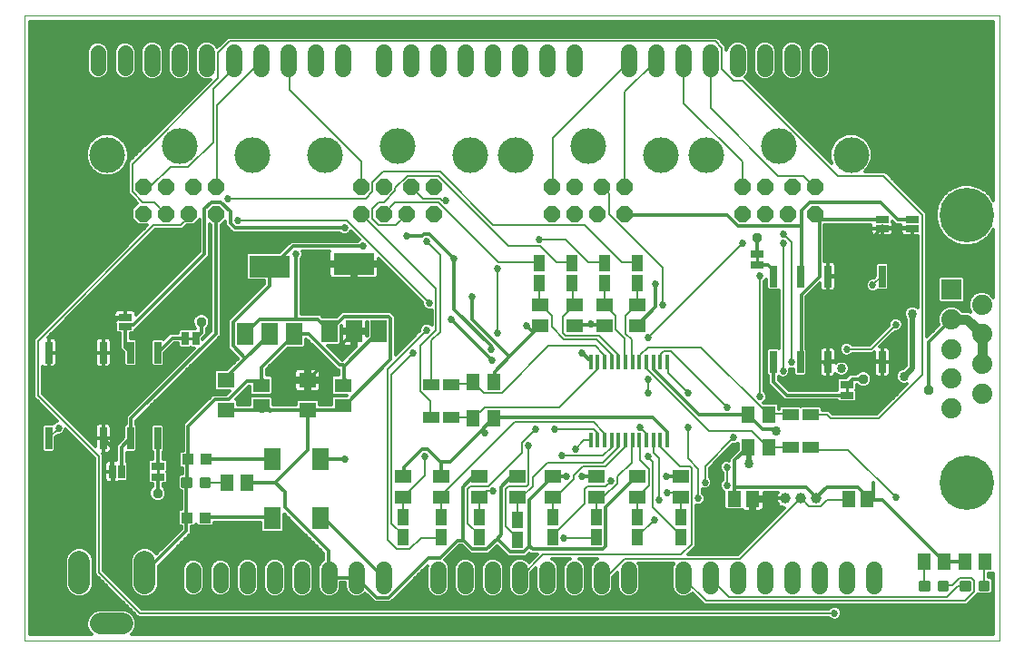
<source format=gtl>
G75*
%MOIN*%
%OFA0B0*%
%FSLAX25Y25*%
%IPPOS*%
%LPD*%
%AMOC8*
5,1,8,0,0,1.08239X$1,22.5*
%
%ADD10C,0.00000*%
%ADD11R,0.06000X0.05000*%
%ADD12R,0.05000X0.06000*%
%ADD13R,0.06299X0.05512*%
%ADD14R,0.06299X0.08268*%
%ADD15R,0.05900X0.07900*%
%ADD16R,0.15000X0.07900*%
%ADD17R,0.03937X0.05906*%
%ADD18R,0.05906X0.03937*%
%ADD19R,0.01370X0.05500*%
%ADD20C,0.07874*%
%ADD21C,0.01181*%
%ADD22R,0.05118X0.06299*%
%ADD23R,0.04331X0.03937*%
%ADD24C,0.05906*%
%ADD25C,0.05600*%
%ADD26R,0.05118X0.05906*%
%ADD27C,0.03900*%
%ADD28R,0.07400X0.07400*%
%ADD29C,0.07400*%
%ADD30C,0.20000*%
%ADD31R,0.02500X0.07874*%
%ADD32R,0.05000X0.02500*%
%ADD33C,0.01000*%
%ADD34R,0.02500X0.05000*%
%ADD35OC8,0.05906*%
%ADD36C,0.13094*%
%ADD37C,0.01300*%
%ADD38C,0.02700*%
%ADD39C,0.03762*%
%ADD40C,0.03400*%
%ADD41C,0.02000*%
%ADD42C,0.01600*%
%ADD43C,0.00800*%
%ADD44C,0.03500*%
D10*
X0062595Y0011650D02*
X0062595Y0241150D01*
X0420595Y0241150D01*
X0420595Y0011650D01*
X0062595Y0011650D01*
D11*
X0201595Y0064400D03*
X0201595Y0071900D03*
X0215595Y0071900D03*
X0215595Y0064400D03*
X0229595Y0064400D03*
X0229595Y0071900D03*
X0243595Y0071900D03*
X0243595Y0064400D03*
X0256595Y0064400D03*
X0256595Y0071900D03*
X0272595Y0071900D03*
X0272595Y0064400D03*
X0287595Y0064400D03*
X0287595Y0071900D03*
X0303595Y0071900D03*
X0303595Y0064400D03*
X0287595Y0127400D03*
X0275595Y0127400D03*
X0264595Y0127400D03*
X0264595Y0134900D03*
X0275595Y0134900D03*
X0287595Y0134900D03*
X0252095Y0134900D03*
X0252095Y0127400D03*
X0179595Y0105400D03*
X0179595Y0097900D03*
X0149595Y0097900D03*
X0149595Y0105400D03*
D12*
X0227345Y0106650D03*
X0234845Y0106650D03*
X0234845Y0093150D03*
X0227345Y0093150D03*
X0328345Y0094650D03*
X0335845Y0094650D03*
X0335845Y0082650D03*
X0328345Y0082650D03*
D13*
X0166595Y0096138D03*
X0166595Y0107162D03*
X0136595Y0107162D03*
X0136595Y0096138D03*
D14*
X0153737Y0078150D03*
X0171453Y0078150D03*
X0171453Y0056650D03*
X0153737Y0056650D03*
D15*
X0152695Y0124250D03*
X0143695Y0124250D03*
X0161695Y0124250D03*
X0174695Y0125250D03*
X0183695Y0125250D03*
X0192695Y0125250D03*
D16*
X0183595Y0150050D03*
X0152595Y0149050D03*
D17*
X0251595Y0150351D03*
X0251595Y0142949D03*
X0263595Y0142949D03*
X0263595Y0150351D03*
X0275595Y0150351D03*
X0275595Y0142949D03*
X0287595Y0142949D03*
X0287595Y0150351D03*
X0287595Y0056851D03*
X0287595Y0049449D03*
X0272595Y0049449D03*
X0272595Y0056851D03*
X0256595Y0056851D03*
X0256595Y0049449D03*
X0243595Y0048449D03*
X0243595Y0055851D03*
X0229595Y0056851D03*
X0229595Y0049449D03*
X0215595Y0049449D03*
X0215595Y0056851D03*
X0201595Y0056851D03*
X0201595Y0049449D03*
X0303595Y0049449D03*
X0303595Y0056851D03*
D18*
X0343894Y0082650D03*
X0351296Y0082650D03*
X0351296Y0094650D03*
X0343894Y0094650D03*
X0219296Y0093650D03*
X0211894Y0093650D03*
X0211894Y0105650D03*
X0219296Y0105650D03*
D19*
X0270520Y0114044D03*
X0273079Y0114044D03*
X0275638Y0114044D03*
X0278198Y0114044D03*
X0280757Y0114044D03*
X0283316Y0114044D03*
X0285875Y0114044D03*
X0288434Y0114044D03*
X0290993Y0114044D03*
X0293552Y0114044D03*
X0296111Y0114044D03*
X0298670Y0114044D03*
X0298670Y0085256D03*
X0296111Y0085256D03*
X0293552Y0085256D03*
X0290993Y0085256D03*
X0288434Y0085256D03*
X0285875Y0085256D03*
X0283316Y0085256D03*
X0280757Y0085256D03*
X0278198Y0085256D03*
X0275638Y0085256D03*
X0273079Y0085256D03*
X0270520Y0085256D03*
D20*
X0106800Y0040587D02*
X0106800Y0032713D01*
X0098532Y0017752D02*
X0090658Y0017752D01*
X0082784Y0032713D02*
X0082784Y0040587D01*
D21*
X0120764Y0068272D02*
X0120764Y0071028D01*
X0123520Y0071028D01*
X0123520Y0068272D01*
X0120764Y0068272D01*
X0120764Y0069452D02*
X0123520Y0069452D01*
X0123520Y0070632D02*
X0120764Y0070632D01*
X0127670Y0071028D02*
X0127670Y0068272D01*
X0127670Y0071028D02*
X0130426Y0071028D01*
X0130426Y0068272D01*
X0127670Y0068272D01*
X0127670Y0069452D02*
X0130426Y0069452D01*
X0130426Y0070632D02*
X0127670Y0070632D01*
X0394520Y0033028D02*
X0394520Y0030272D01*
X0391764Y0030272D01*
X0391764Y0033028D01*
X0394520Y0033028D01*
X0394520Y0031452D02*
X0391764Y0031452D01*
X0391764Y0032632D02*
X0394520Y0032632D01*
X0401426Y0033028D02*
X0401426Y0030272D01*
X0398670Y0030272D01*
X0398670Y0033028D01*
X0401426Y0033028D01*
X0401426Y0031452D02*
X0398670Y0031452D01*
X0398670Y0032632D02*
X0401426Y0032632D01*
X0406764Y0033028D02*
X0406764Y0030272D01*
X0406764Y0033028D02*
X0409520Y0033028D01*
X0409520Y0030272D01*
X0406764Y0030272D01*
X0406764Y0031452D02*
X0409520Y0031452D01*
X0409520Y0032632D02*
X0406764Y0032632D01*
X0413670Y0033028D02*
X0413670Y0030272D01*
X0413670Y0033028D02*
X0416426Y0033028D01*
X0416426Y0030272D01*
X0413670Y0030272D01*
X0413670Y0031452D02*
X0416426Y0031452D01*
X0416426Y0032632D02*
X0413670Y0032632D01*
D22*
X0415335Y0040650D03*
X0407855Y0040650D03*
X0400335Y0040650D03*
X0392855Y0040650D03*
X0144335Y0069650D03*
X0136855Y0069650D03*
D23*
X0129442Y0078150D03*
X0122749Y0078150D03*
X0122249Y0056650D03*
X0128942Y0056650D03*
D24*
X0144595Y0037603D02*
X0144595Y0031697D01*
X0154595Y0031697D02*
X0154595Y0037603D01*
X0164595Y0037603D02*
X0164595Y0031697D01*
X0174595Y0031697D02*
X0174595Y0037603D01*
X0184595Y0037603D02*
X0184595Y0031697D01*
X0194595Y0031697D02*
X0194595Y0037603D01*
X0214595Y0037603D02*
X0214595Y0031697D01*
X0224595Y0031697D02*
X0224595Y0037603D01*
X0234595Y0037603D02*
X0234595Y0031697D01*
X0244595Y0031697D02*
X0244595Y0037603D01*
X0254595Y0037603D02*
X0254595Y0031697D01*
X0264595Y0031697D02*
X0264595Y0037603D01*
X0274595Y0037603D02*
X0274595Y0031697D01*
X0284595Y0031697D02*
X0284595Y0037603D01*
X0304595Y0037603D02*
X0304595Y0031697D01*
X0314595Y0031697D02*
X0314595Y0037603D01*
X0324595Y0037603D02*
X0324595Y0031697D01*
X0334595Y0031697D02*
X0334595Y0037603D01*
X0344595Y0037603D02*
X0344595Y0031697D01*
X0354595Y0031697D02*
X0354595Y0037603D01*
X0364595Y0037603D02*
X0364595Y0031697D01*
X0374595Y0031697D02*
X0374595Y0037603D01*
X0354595Y0221697D02*
X0354595Y0227603D01*
X0344595Y0227603D02*
X0344595Y0221697D01*
X0334595Y0221697D02*
X0334595Y0227603D01*
X0324595Y0227603D02*
X0324595Y0221697D01*
X0314595Y0221697D02*
X0314595Y0227603D01*
X0304595Y0227603D02*
X0304595Y0221697D01*
X0294595Y0221697D02*
X0294595Y0227603D01*
X0284595Y0227603D02*
X0284595Y0221697D01*
X0264595Y0221697D02*
X0264595Y0227603D01*
X0254595Y0227603D02*
X0254595Y0221697D01*
X0244595Y0221697D02*
X0244595Y0227603D01*
X0234595Y0227603D02*
X0234595Y0221697D01*
X0224595Y0221697D02*
X0224595Y0227603D01*
X0214595Y0227603D02*
X0214595Y0221697D01*
X0204595Y0221697D02*
X0204595Y0227603D01*
X0194595Y0227603D02*
X0194595Y0221697D01*
X0179595Y0221697D02*
X0179595Y0227603D01*
X0169595Y0227603D02*
X0169595Y0221697D01*
X0159595Y0221697D02*
X0159595Y0227603D01*
X0149595Y0227603D02*
X0149595Y0221697D01*
X0139595Y0221697D02*
X0139595Y0227603D01*
X0129595Y0227603D02*
X0129595Y0221697D01*
X0119595Y0221697D02*
X0119595Y0227603D01*
X0109595Y0227603D02*
X0109595Y0221697D01*
X0109595Y0227603D01*
D25*
X0099595Y0227450D02*
X0099595Y0221850D01*
X0089595Y0221850D02*
X0089595Y0227450D01*
X0124595Y0037450D02*
X0124595Y0031850D01*
X0134595Y0031850D02*
X0134595Y0037450D01*
D26*
X0323249Y0063650D03*
X0329942Y0063650D03*
X0365249Y0063650D03*
X0371942Y0063650D03*
D27*
X0353395Y0063950D03*
X0347795Y0063950D03*
X0342095Y0063850D03*
D28*
X0403005Y0140461D03*
D29*
X0414186Y0134989D03*
X0403005Y0129556D03*
X0414186Y0124083D03*
X0403005Y0118650D03*
X0414186Y0113217D03*
X0403005Y0107744D03*
X0414186Y0102311D03*
X0403005Y0096839D03*
D30*
X0408595Y0069437D03*
X0408595Y0167863D03*
D31*
X0377595Y0145398D03*
X0357595Y0145398D03*
X0347595Y0145398D03*
X0337595Y0145398D03*
X0337595Y0113902D03*
X0347595Y0113902D03*
X0357595Y0113902D03*
X0377595Y0113902D03*
X0111595Y0117398D03*
X0101595Y0117398D03*
X0091595Y0117398D03*
X0071595Y0117398D03*
X0071595Y0085902D03*
X0091595Y0085902D03*
X0101595Y0085902D03*
X0111595Y0085902D03*
D32*
X0111595Y0075650D03*
X0111595Y0071650D03*
X0099595Y0127050D03*
X0099595Y0130250D03*
X0331595Y0149650D03*
X0331595Y0153650D03*
X0377595Y0163050D03*
X0377595Y0166250D03*
X0388595Y0166250D03*
X0388595Y0163050D03*
X0364595Y0105650D03*
X0364595Y0101650D03*
D33*
X0364595Y0105650D01*
X0331595Y0149650D02*
X0331595Y0153650D01*
X0125595Y0122650D02*
X0121595Y0122650D01*
X0111595Y0075650D02*
X0111595Y0071650D01*
D34*
X0098195Y0073650D03*
X0094995Y0073650D03*
X0121595Y0122650D03*
X0125595Y0122650D03*
D35*
X0123138Y0168343D03*
X0114477Y0168343D03*
X0106209Y0168343D03*
X0106209Y0178185D03*
X0114477Y0178185D03*
X0124713Y0178185D03*
X0132981Y0178185D03*
X0132981Y0168343D03*
X0186209Y0168343D03*
X0194477Y0168343D03*
X0203138Y0168343D03*
X0212981Y0168343D03*
X0212981Y0178185D03*
X0204713Y0178185D03*
X0194477Y0178185D03*
X0186209Y0178185D03*
X0256209Y0178185D03*
X0264477Y0178185D03*
X0274713Y0178185D03*
X0282981Y0178185D03*
X0282981Y0168343D03*
X0273138Y0168343D03*
X0264477Y0168343D03*
X0256209Y0168343D03*
X0326209Y0168343D03*
X0334477Y0168343D03*
X0343138Y0168343D03*
X0352981Y0168343D03*
X0352981Y0178185D03*
X0344713Y0178185D03*
X0334477Y0178185D03*
X0326209Y0178185D03*
D36*
X0313020Y0189996D03*
X0296170Y0189996D03*
X0269595Y0193146D03*
X0243020Y0189996D03*
X0226170Y0189996D03*
X0199595Y0193146D03*
X0173020Y0189996D03*
X0146170Y0189996D03*
X0119595Y0193146D03*
X0093020Y0189996D03*
X0339595Y0193146D03*
X0366170Y0189996D03*
D37*
X0358941Y0192919D02*
X0352959Y0192919D01*
X0351661Y0194218D02*
X0359479Y0194218D01*
X0359560Y0194413D02*
X0358373Y0191547D01*
X0358373Y0188445D01*
X0359037Y0186841D01*
X0327795Y0218083D01*
X0327360Y0218519D01*
X0328158Y0219317D01*
X0328798Y0220861D01*
X0328798Y0228439D01*
X0328158Y0229983D01*
X0326976Y0231166D01*
X0325431Y0231805D01*
X0323759Y0231805D01*
X0322214Y0231166D01*
X0321032Y0229983D01*
X0320445Y0228566D01*
X0320445Y0229983D01*
X0317995Y0232433D01*
X0317029Y0233400D01*
X0137162Y0233400D01*
X0133330Y0229568D01*
X0133158Y0229983D01*
X0131976Y0231166D01*
X0130431Y0231805D01*
X0128759Y0231805D01*
X0127214Y0231166D01*
X0126032Y0229983D01*
X0125392Y0228439D01*
X0125392Y0220861D01*
X0126032Y0219317D01*
X0127214Y0218134D01*
X0128759Y0217494D01*
X0130431Y0217494D01*
X0130901Y0217689D01*
X0101462Y0188250D01*
X0100495Y0187283D01*
X0100495Y0175767D01*
X0104092Y0172169D01*
X0102007Y0170084D01*
X0102007Y0166602D01*
X0104468Y0164140D01*
X0107752Y0164140D01*
X0065945Y0122333D01*
X0065945Y0100967D01*
X0066912Y0100000D01*
X0074666Y0092245D01*
X0073722Y0091854D01*
X0072991Y0091123D01*
X0072977Y0091089D01*
X0069827Y0091089D01*
X0069095Y0090357D01*
X0069095Y0081447D01*
X0069827Y0080715D01*
X0073363Y0080715D01*
X0074095Y0081447D01*
X0074095Y0086217D01*
X0074929Y0087050D01*
X0075712Y0087050D01*
X0076668Y0087446D01*
X0077399Y0088177D01*
X0077790Y0089121D01*
X0088445Y0078467D01*
X0088445Y0035967D01*
X0089412Y0035000D01*
X0104412Y0020000D01*
X0358068Y0020000D01*
X0358622Y0019446D01*
X0359578Y0019050D01*
X0360612Y0019050D01*
X0361568Y0019446D01*
X0362299Y0020177D01*
X0362695Y0021133D01*
X0362695Y0022167D01*
X0362299Y0023123D01*
X0361568Y0023854D01*
X0360612Y0024250D01*
X0359578Y0024250D01*
X0358622Y0023854D01*
X0358068Y0023300D01*
X0105779Y0023300D01*
X0091745Y0037333D01*
X0091745Y0079833D01*
X0091264Y0080315D01*
X0091595Y0080315D01*
X0091595Y0085902D01*
X0091595Y0085902D01*
X0088695Y0085902D01*
X0088695Y0090056D01*
X0088808Y0090476D01*
X0089025Y0090852D01*
X0089332Y0091159D01*
X0089708Y0091377D01*
X0090128Y0091489D01*
X0091595Y0091489D01*
X0091595Y0085902D01*
X0091595Y0085902D01*
X0088695Y0085902D01*
X0088695Y0082883D01*
X0069245Y0102333D01*
X0069245Y0112228D01*
X0069332Y0112141D01*
X0069708Y0111923D01*
X0070128Y0111811D01*
X0071595Y0111811D01*
X0071595Y0117398D01*
X0071595Y0117398D01*
X0071695Y0117300D01*
X0090945Y0117300D01*
X0091595Y0117398D01*
X0088695Y0117398D01*
X0088695Y0113244D01*
X0088808Y0112824D01*
X0089025Y0112448D01*
X0089332Y0112141D01*
X0089708Y0111923D01*
X0090128Y0111811D01*
X0091595Y0111811D01*
X0091595Y0117398D01*
X0091595Y0117398D01*
X0088695Y0117398D01*
X0088695Y0121552D01*
X0088808Y0121972D01*
X0089025Y0122348D01*
X0089332Y0122655D01*
X0089708Y0122873D01*
X0090128Y0122985D01*
X0091595Y0122985D01*
X0091595Y0117398D01*
X0091595Y0117398D01*
X0091645Y0116950D01*
X0091645Y0086500D01*
X0091595Y0085902D01*
X0091645Y0085800D01*
X0094445Y0083000D01*
X0096895Y0085450D01*
X0097508Y0084550D02*
X0096395Y0083437D01*
X0096395Y0077800D01*
X0094995Y0077800D01*
X0093528Y0077800D01*
X0093108Y0077688D01*
X0092732Y0077470D01*
X0092425Y0077163D01*
X0092208Y0076787D01*
X0092095Y0076367D01*
X0092095Y0073650D01*
X0094995Y0073650D01*
X0094995Y0073650D01*
X0092095Y0073650D01*
X0092095Y0070933D01*
X0092208Y0070513D01*
X0092425Y0070137D01*
X0092732Y0069830D01*
X0093108Y0069612D01*
X0093528Y0069500D01*
X0094995Y0069500D01*
X0094995Y0073650D01*
X0094995Y0077800D01*
X0094995Y0073650D01*
X0094995Y0073650D01*
X0095145Y0073200D01*
X0095145Y0036800D01*
X0106695Y0025250D01*
X0284145Y0025250D01*
X0289745Y0030850D01*
X0291145Y0030850D01*
X0288798Y0030861D02*
X0288798Y0038439D01*
X0288158Y0039983D01*
X0288091Y0040050D01*
X0301099Y0040050D01*
X0301032Y0039983D01*
X0300392Y0038439D01*
X0300392Y0030861D01*
X0301032Y0029317D01*
X0302214Y0028134D01*
X0303759Y0027494D01*
X0305431Y0027494D01*
X0306976Y0028134D01*
X0307827Y0028985D01*
X0312162Y0024650D01*
X0408729Y0024650D01*
X0412709Y0028630D01*
X0412908Y0028431D01*
X0417188Y0028431D01*
X0418266Y0029510D01*
X0418266Y0033790D01*
X0417188Y0034868D01*
X0416695Y0034868D01*
X0416695Y0036250D01*
X0418412Y0036250D01*
X0418445Y0036283D01*
X0418445Y0013800D01*
X0101915Y0013800D01*
X0102929Y0014814D01*
X0103719Y0016721D01*
X0103719Y0018784D01*
X0102929Y0020691D01*
X0101470Y0022150D01*
X0099564Y0022939D01*
X0089626Y0022939D01*
X0087720Y0022150D01*
X0086261Y0020691D01*
X0085471Y0018784D01*
X0085471Y0016721D01*
X0086261Y0014814D01*
X0087275Y0013800D01*
X0064745Y0013800D01*
X0064745Y0239000D01*
X0418445Y0239000D01*
X0418445Y0173302D01*
X0417597Y0174770D01*
X0415503Y0176865D01*
X0412937Y0178346D01*
X0410076Y0179113D01*
X0407114Y0179113D01*
X0404253Y0178346D01*
X0401687Y0176865D01*
X0399593Y0174770D01*
X0398112Y0172205D01*
X0397345Y0169344D01*
X0397345Y0166381D01*
X0398112Y0163520D01*
X0399593Y0160955D01*
X0401687Y0158860D01*
X0404253Y0157379D01*
X0407114Y0156613D01*
X0410076Y0156613D01*
X0412937Y0157379D01*
X0415503Y0158860D01*
X0417597Y0160955D01*
X0418445Y0162423D01*
X0418445Y0137640D01*
X0418382Y0137793D01*
X0416990Y0139185D01*
X0415170Y0139939D01*
X0413201Y0139939D01*
X0411382Y0139185D01*
X0409989Y0137793D01*
X0409236Y0135973D01*
X0409236Y0134004D01*
X0409945Y0132293D01*
X0409310Y0132555D01*
X0407005Y0132555D01*
X0405809Y0133752D01*
X0403989Y0134505D01*
X0402020Y0134505D01*
X0400201Y0133752D01*
X0398808Y0132359D01*
X0398055Y0130540D01*
X0398055Y0128571D01*
X0398429Y0127667D01*
X0393945Y0123183D01*
X0393945Y0168733D01*
X0379595Y0183083D01*
X0378629Y0184050D01*
X0371250Y0184050D01*
X0372780Y0185580D01*
X0373967Y0188445D01*
X0373967Y0191547D01*
X0372780Y0194413D01*
X0370587Y0196607D01*
X0367721Y0197794D01*
X0364619Y0197794D01*
X0361753Y0196607D01*
X0359560Y0194413D01*
X0360663Y0195516D02*
X0350362Y0195516D01*
X0349064Y0196815D02*
X0362256Y0196815D01*
X0358403Y0191621D02*
X0354258Y0191621D01*
X0355556Y0190322D02*
X0358373Y0190322D01*
X0358373Y0189024D02*
X0356855Y0189024D01*
X0358153Y0187725D02*
X0358671Y0187725D01*
X0372329Y0185128D02*
X0418445Y0185128D01*
X0418445Y0183830D02*
X0378849Y0183830D01*
X0380147Y0182531D02*
X0418445Y0182531D01*
X0418445Y0181233D02*
X0381446Y0181233D01*
X0382744Y0179934D02*
X0418445Y0179934D01*
X0418445Y0178636D02*
X0411856Y0178636D01*
X0414685Y0177337D02*
X0418445Y0177337D01*
X0418445Y0176039D02*
X0416329Y0176039D01*
X0417615Y0174740D02*
X0418445Y0174740D01*
X0418445Y0173442D02*
X0418364Y0173442D01*
X0405334Y0178636D02*
X0384043Y0178636D01*
X0385341Y0177337D02*
X0402506Y0177337D01*
X0400861Y0176039D02*
X0386640Y0176039D01*
X0387938Y0174740D02*
X0399575Y0174740D01*
X0398826Y0173442D02*
X0389237Y0173442D01*
X0390536Y0172143D02*
X0398095Y0172143D01*
X0397747Y0170845D02*
X0391834Y0170845D01*
X0393133Y0169546D02*
X0397399Y0169546D01*
X0397345Y0168248D02*
X0393945Y0168248D01*
X0393945Y0166949D02*
X0397345Y0166949D01*
X0397541Y0165651D02*
X0393945Y0165651D01*
X0393945Y0164352D02*
X0397889Y0164352D01*
X0398381Y0163053D02*
X0393945Y0163053D01*
X0393945Y0161755D02*
X0399131Y0161755D01*
X0400091Y0160456D02*
X0393945Y0160456D01*
X0393945Y0159158D02*
X0401390Y0159158D01*
X0403421Y0157859D02*
X0393945Y0157859D01*
X0393945Y0156561D02*
X0418445Y0156561D01*
X0418445Y0157859D02*
X0413769Y0157859D01*
X0415800Y0159158D02*
X0418445Y0159158D01*
X0418445Y0160456D02*
X0417099Y0160456D01*
X0418059Y0161755D02*
X0418445Y0161755D01*
X0418445Y0155262D02*
X0393945Y0155262D01*
X0393945Y0153964D02*
X0418445Y0153964D01*
X0418445Y0152665D02*
X0393945Y0152665D01*
X0393945Y0151367D02*
X0418445Y0151367D01*
X0418445Y0150068D02*
X0393945Y0150068D01*
X0393945Y0148770D02*
X0418445Y0148770D01*
X0418445Y0147471D02*
X0393945Y0147471D01*
X0393945Y0146173D02*
X0418445Y0146173D01*
X0418445Y0144874D02*
X0407759Y0144874D01*
X0407955Y0144679D02*
X0407222Y0145411D01*
X0398787Y0145411D01*
X0398055Y0144679D01*
X0398055Y0136243D01*
X0398787Y0135511D01*
X0407222Y0135511D01*
X0407955Y0136243D01*
X0407955Y0144679D01*
X0407955Y0143576D02*
X0418445Y0143576D01*
X0418445Y0142277D02*
X0407955Y0142277D01*
X0407955Y0140979D02*
X0418445Y0140979D01*
X0418445Y0139680D02*
X0415794Y0139680D01*
X0417793Y0138382D02*
X0418445Y0138382D01*
X0412578Y0139680D02*
X0407955Y0139680D01*
X0407955Y0138382D02*
X0410579Y0138382D01*
X0409696Y0137083D02*
X0407955Y0137083D01*
X0407496Y0135785D02*
X0409236Y0135785D01*
X0409236Y0134486D02*
X0404036Y0134486D01*
X0401973Y0134486D02*
X0393945Y0134486D01*
X0393945Y0133188D02*
X0399636Y0133188D01*
X0398613Y0131889D02*
X0393945Y0131889D01*
X0393945Y0130591D02*
X0398076Y0130591D01*
X0398055Y0129292D02*
X0393945Y0129292D01*
X0393945Y0127994D02*
X0398294Y0127994D01*
X0397457Y0126695D02*
X0393945Y0126695D01*
X0393945Y0125397D02*
X0396159Y0125397D01*
X0394860Y0124098D02*
X0393945Y0124098D01*
X0394595Y0121146D02*
X0403005Y0129556D01*
X0406373Y0133188D02*
X0409574Y0133188D01*
X0398513Y0135785D02*
X0393945Y0135785D01*
X0393945Y0137083D02*
X0398055Y0137083D01*
X0398055Y0138382D02*
X0393945Y0138382D01*
X0393945Y0139680D02*
X0398055Y0139680D01*
X0398055Y0140979D02*
X0393945Y0140979D01*
X0393945Y0142277D02*
X0398055Y0142277D01*
X0398055Y0143576D02*
X0393945Y0143576D01*
X0393945Y0144874D02*
X0398250Y0144874D01*
X0390645Y0144874D02*
X0380095Y0144874D01*
X0380095Y0143576D02*
X0390645Y0143576D01*
X0390645Y0142277D02*
X0380095Y0142277D01*
X0380095Y0140979D02*
X0390645Y0140979D01*
X0390645Y0139680D02*
X0374927Y0139680D01*
X0374612Y0139550D02*
X0375568Y0139946D01*
X0375833Y0140211D01*
X0379363Y0140211D01*
X0380095Y0140943D01*
X0380095Y0149853D01*
X0379363Y0150585D01*
X0375827Y0150585D01*
X0375095Y0149853D01*
X0375095Y0145483D01*
X0374362Y0144750D01*
X0373578Y0144750D01*
X0372622Y0144354D01*
X0371891Y0143623D01*
X0371495Y0142667D01*
X0371495Y0141633D01*
X0371891Y0140677D01*
X0372622Y0139946D01*
X0373578Y0139550D01*
X0374612Y0139550D01*
X0373263Y0139680D02*
X0351562Y0139680D01*
X0350264Y0138382D02*
X0390645Y0138382D01*
X0390645Y0137083D02*
X0349745Y0137083D01*
X0349745Y0137863D02*
X0354695Y0142813D01*
X0354695Y0141244D01*
X0354808Y0140824D01*
X0355025Y0140448D01*
X0355332Y0140141D01*
X0355708Y0139923D01*
X0356128Y0139811D01*
X0357595Y0139811D01*
X0357595Y0145398D01*
X0357595Y0145398D01*
X0357645Y0144950D01*
X0357645Y0114500D01*
X0357595Y0113902D01*
X0357595Y0113902D01*
X0354695Y0113902D01*
X0354695Y0118056D01*
X0354808Y0118476D01*
X0355025Y0118852D01*
X0355332Y0119159D01*
X0355708Y0119377D01*
X0356128Y0119489D01*
X0357595Y0119489D01*
X0357595Y0113902D01*
X0357595Y0113902D01*
X0354695Y0113902D01*
X0354695Y0109748D01*
X0354808Y0109328D01*
X0355025Y0108952D01*
X0355332Y0108645D01*
X0355708Y0108427D01*
X0356128Y0108315D01*
X0357595Y0108315D01*
X0357595Y0113902D01*
X0357295Y0113450D01*
X0356595Y0112750D01*
X0357595Y0112412D02*
X0357595Y0112412D01*
X0357595Y0113710D02*
X0357595Y0113710D01*
X0357595Y0113902D02*
X0357595Y0108315D01*
X0359062Y0108315D01*
X0359482Y0108427D01*
X0359858Y0108645D01*
X0360165Y0108952D01*
X0360383Y0109328D01*
X0360459Y0109614D01*
X0360924Y0109149D01*
X0362008Y0108700D01*
X0363182Y0108700D01*
X0364266Y0109149D01*
X0365096Y0109979D01*
X0365545Y0111063D01*
X0365545Y0112237D01*
X0365096Y0113321D01*
X0364266Y0114151D01*
X0363182Y0114600D01*
X0362008Y0114600D01*
X0360924Y0114151D01*
X0360495Y0113722D01*
X0360495Y0113902D01*
X0360495Y0118056D01*
X0360383Y0118476D01*
X0360165Y0118852D01*
X0359858Y0119159D01*
X0359482Y0119377D01*
X0359062Y0119489D01*
X0357595Y0119489D01*
X0357595Y0113902D01*
X0357645Y0114150D01*
X0377595Y0114150D01*
X0377595Y0113902D01*
X0377595Y0113902D01*
X0374695Y0113902D01*
X0374695Y0117417D01*
X0374279Y0117000D01*
X0366622Y0117000D01*
X0366068Y0116446D01*
X0365112Y0116050D01*
X0364078Y0116050D01*
X0363122Y0116446D01*
X0362391Y0117177D01*
X0361995Y0118133D01*
X0361995Y0119167D01*
X0362391Y0120123D01*
X0363122Y0120854D01*
X0364078Y0121250D01*
X0365112Y0121250D01*
X0366068Y0120854D01*
X0366622Y0120300D01*
X0372912Y0120300D01*
X0379995Y0127383D01*
X0379995Y0128167D01*
X0380391Y0129123D01*
X0381122Y0129854D01*
X0382078Y0130250D01*
X0383112Y0130250D01*
X0384068Y0129854D01*
X0384799Y0129123D01*
X0385195Y0128167D01*
X0385195Y0127133D01*
X0384799Y0126177D01*
X0384068Y0125446D01*
X0383112Y0125050D01*
X0382329Y0125050D01*
X0376768Y0119489D01*
X0377595Y0119489D01*
X0377595Y0113902D01*
X0377595Y0113902D01*
X0374695Y0113902D01*
X0374695Y0109748D01*
X0374808Y0109328D01*
X0375025Y0108952D01*
X0375332Y0108645D01*
X0375708Y0108427D01*
X0376128Y0108315D01*
X0377595Y0108315D01*
X0377595Y0113902D01*
X0377595Y0113902D01*
X0377595Y0119489D01*
X0379062Y0119489D01*
X0379482Y0119377D01*
X0379858Y0119159D01*
X0380165Y0118852D01*
X0380383Y0118476D01*
X0380495Y0118056D01*
X0380495Y0113902D01*
X0377595Y0113902D01*
X0377595Y0108315D01*
X0379062Y0108315D01*
X0379482Y0108427D01*
X0379858Y0108645D01*
X0380165Y0108952D01*
X0380383Y0109328D01*
X0380495Y0109748D01*
X0380495Y0113902D01*
X0377595Y0113902D01*
X0377595Y0113902D01*
X0377595Y0113710D02*
X0377595Y0113710D01*
X0377595Y0112412D02*
X0377595Y0112412D01*
X0377595Y0111113D02*
X0377595Y0111113D01*
X0377595Y0109815D02*
X0377595Y0109815D01*
X0377595Y0108516D02*
X0377595Y0108516D01*
X0375555Y0108516D02*
X0373625Y0108516D01*
X0373726Y0108273D02*
X0373250Y0109424D01*
X0372369Y0110304D01*
X0371218Y0110781D01*
X0369972Y0110781D01*
X0368822Y0110304D01*
X0368067Y0109550D01*
X0365808Y0109550D01*
X0364408Y0108150D01*
X0361577Y0108150D01*
X0360845Y0107418D01*
X0360845Y0103882D01*
X0361077Y0103650D01*
X0360977Y0103550D01*
X0343382Y0103550D01*
X0339495Y0107437D01*
X0339495Y0108673D01*
X0339722Y0108446D01*
X0340678Y0108050D01*
X0341712Y0108050D01*
X0342668Y0108446D01*
X0343399Y0109177D01*
X0343795Y0110133D01*
X0343795Y0111167D01*
X0343772Y0111223D01*
X0343828Y0111200D01*
X0344862Y0111200D01*
X0345095Y0111296D01*
X0345095Y0109447D01*
X0345827Y0108715D01*
X0349363Y0108715D01*
X0350095Y0109447D01*
X0350095Y0118357D01*
X0349745Y0118707D01*
X0349745Y0137863D01*
X0347845Y0138650D02*
X0354495Y0145300D01*
X0354495Y0165950D01*
X0352981Y0168343D01*
X0353095Y0168050D01*
X0354845Y0166300D01*
X0377595Y0166300D01*
X0377595Y0166250D01*
X0377595Y0163750D02*
X0377595Y0163050D01*
X0377595Y0163050D01*
X0373445Y0163050D01*
X0373445Y0164400D01*
X0356395Y0164400D01*
X0356395Y0150985D01*
X0357595Y0150985D01*
X0357595Y0145398D01*
X0357645Y0145650D01*
X0360095Y0145650D01*
X0377245Y0162800D01*
X0377595Y0163050D01*
X0373445Y0163050D01*
X0373445Y0161583D01*
X0373558Y0161163D01*
X0373775Y0160787D01*
X0374082Y0160480D01*
X0374458Y0160262D01*
X0374878Y0160150D01*
X0377595Y0160150D01*
X0377595Y0163050D01*
X0377595Y0163050D01*
X0377595Y0163150D01*
X0388445Y0163150D01*
X0388595Y0163050D01*
X0388595Y0163050D01*
X0384445Y0163050D01*
X0384445Y0164400D01*
X0382408Y0164400D01*
X0381345Y0165463D01*
X0381345Y0165383D01*
X0381415Y0165313D01*
X0381633Y0164937D01*
X0381745Y0164517D01*
X0381745Y0163050D01*
X0377595Y0163050D01*
X0377595Y0163050D01*
X0377595Y0160150D01*
X0380312Y0160150D01*
X0380732Y0160262D01*
X0381108Y0160480D01*
X0381415Y0160787D01*
X0381633Y0161163D01*
X0381745Y0161583D01*
X0381745Y0163050D01*
X0377595Y0163050D01*
X0377595Y0163750D01*
X0377595Y0163750D01*
X0377595Y0163053D02*
X0377595Y0163053D01*
X0377595Y0163050D02*
X0377595Y0163050D01*
X0377595Y0161755D02*
X0377595Y0161755D01*
X0377595Y0160456D02*
X0377595Y0160456D01*
X0374122Y0160456D02*
X0356395Y0160456D01*
X0356395Y0159158D02*
X0390645Y0159158D01*
X0390645Y0160150D02*
X0390645Y0133772D01*
X0390266Y0134151D01*
X0389182Y0134600D01*
X0388008Y0134600D01*
X0386924Y0134151D01*
X0386094Y0133321D01*
X0385645Y0132237D01*
X0385645Y0131063D01*
X0386094Y0129979D01*
X0386345Y0129728D01*
X0386345Y0112582D01*
X0385363Y0111600D01*
X0385008Y0111600D01*
X0383924Y0111151D01*
X0383094Y0110321D01*
X0382645Y0109237D01*
X0382645Y0108063D01*
X0383094Y0106979D01*
X0383924Y0106149D01*
X0385008Y0105700D01*
X0386182Y0105700D01*
X0386745Y0105933D01*
X0375612Y0094800D01*
X0359379Y0094800D01*
X0357979Y0096200D01*
X0355499Y0096200D01*
X0355499Y0097136D01*
X0354766Y0097868D01*
X0347825Y0097868D01*
X0347595Y0097638D01*
X0347365Y0097868D01*
X0340424Y0097868D01*
X0339692Y0097136D01*
X0339692Y0096550D01*
X0339595Y0096550D01*
X0339595Y0098168D01*
X0338863Y0098900D01*
X0334037Y0098900D01*
X0334268Y0098996D01*
X0334999Y0099727D01*
X0335395Y0100683D01*
X0335395Y0101717D01*
X0334999Y0102673D01*
X0334445Y0103227D01*
X0334445Y0143623D01*
X0334999Y0144177D01*
X0335095Y0144409D01*
X0335095Y0140943D01*
X0335827Y0140211D01*
X0339363Y0140211D01*
X0339545Y0140393D01*
X0339545Y0118907D01*
X0339363Y0119089D01*
X0335827Y0119089D01*
X0335095Y0118357D01*
X0335095Y0109447D01*
X0335695Y0108847D01*
X0335695Y0105863D01*
X0340695Y0100863D01*
X0341808Y0099750D01*
X0360977Y0099750D01*
X0361577Y0099150D01*
X0367613Y0099150D01*
X0368345Y0099882D01*
X0368345Y0103418D01*
X0368113Y0103650D01*
X0368345Y0103882D01*
X0368345Y0105472D01*
X0368822Y0104996D01*
X0369972Y0104519D01*
X0371218Y0104519D01*
X0372369Y0104996D01*
X0373250Y0105876D01*
X0373726Y0107027D01*
X0373726Y0108273D01*
X0373726Y0107218D02*
X0382995Y0107218D01*
X0382645Y0108516D02*
X0379635Y0108516D01*
X0380495Y0109815D02*
X0382884Y0109815D01*
X0383886Y0111113D02*
X0380495Y0111113D01*
X0380495Y0112412D02*
X0386175Y0112412D01*
X0386345Y0113710D02*
X0380495Y0113710D01*
X0380495Y0115009D02*
X0386345Y0115009D01*
X0386345Y0116307D02*
X0380495Y0116307D01*
X0380495Y0117606D02*
X0386345Y0117606D01*
X0386345Y0118904D02*
X0380113Y0118904D01*
X0377595Y0118904D02*
X0377595Y0118904D01*
X0377595Y0117606D02*
X0377595Y0117606D01*
X0377595Y0116307D02*
X0377595Y0116307D01*
X0377595Y0115009D02*
X0377595Y0115009D01*
X0374695Y0115009D02*
X0360495Y0115009D01*
X0360495Y0113902D02*
X0357595Y0113902D01*
X0357595Y0113902D01*
X0357595Y0113902D01*
X0360495Y0113902D01*
X0360495Y0116307D02*
X0363457Y0116307D01*
X0362214Y0117606D02*
X0360495Y0117606D01*
X0360113Y0118904D02*
X0361995Y0118904D01*
X0362471Y0120203D02*
X0349745Y0120203D01*
X0349745Y0121501D02*
X0374113Y0121501D01*
X0375411Y0122800D02*
X0349745Y0122800D01*
X0349745Y0124098D02*
X0376710Y0124098D01*
X0378008Y0125397D02*
X0349745Y0125397D01*
X0349745Y0126695D02*
X0379307Y0126695D01*
X0379995Y0127994D02*
X0349745Y0127994D01*
X0349745Y0129292D02*
X0380560Y0129292D01*
X0384630Y0129292D02*
X0386345Y0129292D01*
X0386345Y0127994D02*
X0385195Y0127994D01*
X0385014Y0126695D02*
X0386345Y0126695D01*
X0386345Y0125397D02*
X0383949Y0125397D01*
X0386345Y0124098D02*
X0381377Y0124098D01*
X0380078Y0122800D02*
X0386345Y0122800D01*
X0386345Y0121501D02*
X0378780Y0121501D01*
X0377481Y0120203D02*
X0386345Y0120203D01*
X0394595Y0121146D02*
X0394595Y0103650D01*
X0386731Y0105919D02*
X0386711Y0105919D01*
X0385432Y0104620D02*
X0371463Y0104620D01*
X0369727Y0104620D02*
X0368345Y0104620D01*
X0368345Y0103322D02*
X0384134Y0103322D01*
X0382835Y0102023D02*
X0368345Y0102023D01*
X0368345Y0100725D02*
X0381537Y0100725D01*
X0380238Y0099426D02*
X0367889Y0099426D01*
X0364595Y0101650D02*
X0342595Y0101650D01*
X0337595Y0106650D01*
X0337595Y0113902D01*
X0335095Y0113710D02*
X0334445Y0113710D01*
X0334445Y0112412D02*
X0335095Y0112412D01*
X0335095Y0111113D02*
X0334445Y0111113D01*
X0334445Y0109815D02*
X0335095Y0109815D01*
X0335695Y0108516D02*
X0334445Y0108516D01*
X0334445Y0107218D02*
X0335695Y0107218D01*
X0335695Y0105919D02*
X0334445Y0105919D01*
X0334445Y0104620D02*
X0336938Y0104620D01*
X0338236Y0103322D02*
X0334445Y0103322D01*
X0335268Y0102023D02*
X0339535Y0102023D01*
X0340833Y0100725D02*
X0335395Y0100725D01*
X0334699Y0099426D02*
X0361301Y0099426D01*
X0358648Y0095531D02*
X0376343Y0095531D01*
X0377641Y0096829D02*
X0355499Y0096829D01*
X0360845Y0104620D02*
X0342312Y0104620D01*
X0341013Y0105919D02*
X0360845Y0105919D01*
X0360845Y0107218D02*
X0339715Y0107218D01*
X0339652Y0108516D02*
X0339495Y0108516D01*
X0342738Y0108516D02*
X0355555Y0108516D01*
X0354695Y0109815D02*
X0350095Y0109815D01*
X0350095Y0111113D02*
X0354695Y0111113D01*
X0354695Y0112412D02*
X0350095Y0112412D01*
X0350095Y0113710D02*
X0354695Y0113710D01*
X0354695Y0115009D02*
X0350095Y0115009D01*
X0350095Y0116307D02*
X0354695Y0116307D01*
X0354695Y0117606D02*
X0350095Y0117606D01*
X0349745Y0118904D02*
X0355077Y0118904D01*
X0357595Y0118904D02*
X0357595Y0118904D01*
X0357595Y0117606D02*
X0357595Y0117606D01*
X0357595Y0116307D02*
X0357595Y0116307D01*
X0357595Y0115009D02*
X0357595Y0115009D01*
X0357595Y0111113D02*
X0357595Y0111113D01*
X0357595Y0109815D02*
X0357595Y0109815D01*
X0357595Y0108516D02*
X0357595Y0108516D01*
X0359635Y0108516D02*
X0364774Y0108516D01*
X0364932Y0109815D02*
X0368332Y0109815D01*
X0366595Y0107650D02*
X0364595Y0105650D01*
X0366595Y0107650D02*
X0370595Y0107650D01*
X0372859Y0109815D02*
X0374695Y0109815D01*
X0374695Y0111113D02*
X0365545Y0111113D01*
X0365473Y0112412D02*
X0374695Y0112412D01*
X0374695Y0113710D02*
X0364707Y0113710D01*
X0365733Y0116307D02*
X0374695Y0116307D01*
X0373267Y0105919D02*
X0384480Y0105919D01*
X0378940Y0098128D02*
X0339595Y0098128D01*
X0339595Y0096829D02*
X0339692Y0096829D01*
X0333595Y0089200D02*
X0328595Y0094200D01*
X0328345Y0094650D01*
X0328245Y0094550D01*
X0310395Y0094550D01*
X0293595Y0111350D01*
X0293595Y0113800D01*
X0293552Y0114044D01*
X0287595Y0127400D02*
X0294295Y0134100D01*
X0294295Y0142500D01*
X0275595Y0127400D02*
X0275395Y0127450D01*
X0270495Y0127450D01*
X0270495Y0127800D01*
X0270495Y0127450D02*
X0264895Y0127450D01*
X0264595Y0127400D01*
X0267345Y0117300D02*
X0270495Y0114150D01*
X0270520Y0114044D01*
X0251945Y0127100D02*
X0252095Y0127400D01*
X0249145Y0125000D01*
X0247045Y0127100D01*
X0251945Y0127100D02*
X0240745Y0115900D01*
X0227095Y0129550D01*
X0227095Y0137950D01*
X0220445Y0133400D02*
X0220445Y0151950D01*
X0211345Y0161050D01*
X0209245Y0161050D01*
X0208545Y0160350D01*
X0202945Y0160350D01*
X0193145Y0151367D02*
X0192745Y0151367D01*
X0192745Y0151767D02*
X0208745Y0135767D01*
X0208745Y0134983D01*
X0209141Y0134027D01*
X0209872Y0133296D01*
X0210828Y0132900D01*
X0211862Y0132900D01*
X0212145Y0133017D01*
X0212145Y0127527D01*
X0211768Y0127904D01*
X0210812Y0128300D01*
X0209778Y0128300D01*
X0208822Y0127904D01*
X0208091Y0127173D01*
X0207695Y0126217D01*
X0207695Y0125433D01*
X0198895Y0116633D01*
X0198895Y0130687D01*
X0197782Y0131800D01*
X0197082Y0132500D01*
X0179058Y0132500D01*
X0177945Y0131387D01*
X0177008Y0130450D01*
X0172182Y0130450D01*
X0171182Y0131450D01*
X0164245Y0131450D01*
X0164245Y0151923D01*
X0164549Y0152227D01*
X0164945Y0153183D01*
X0164945Y0154217D01*
X0164787Y0154600D01*
X0174548Y0154600D01*
X0174445Y0154217D01*
X0174445Y0150700D01*
X0182945Y0150700D01*
X0182945Y0149400D01*
X0174445Y0149400D01*
X0174445Y0145883D01*
X0174558Y0145463D01*
X0174775Y0145087D01*
X0175082Y0144780D01*
X0175458Y0144562D01*
X0175878Y0144450D01*
X0182945Y0144450D01*
X0182945Y0149400D01*
X0184245Y0149400D01*
X0184245Y0144450D01*
X0191312Y0144450D01*
X0191732Y0144562D01*
X0192108Y0144780D01*
X0192415Y0145087D01*
X0192633Y0145463D01*
X0192745Y0145883D01*
X0192745Y0149400D01*
X0184245Y0149400D01*
X0184245Y0150700D01*
X0192745Y0150700D01*
X0192745Y0151767D01*
X0194443Y0150068D02*
X0184245Y0150068D01*
X0183595Y0150050D02*
X0183345Y0149850D01*
X0183345Y0133400D01*
X0179845Y0130600D02*
X0196295Y0130600D01*
X0196995Y0129900D01*
X0196995Y0114850D01*
X0179845Y0097700D01*
X0179845Y0096650D01*
X0179495Y0096300D02*
X0167245Y0096300D01*
X0166595Y0096138D01*
X0166195Y0096300D01*
X0152595Y0096300D01*
X0150095Y0096300D01*
X0149395Y0096300D02*
X0136795Y0096300D01*
X0136595Y0096138D01*
X0140995Y0098200D02*
X0140995Y0099412D01*
X0140263Y0100144D01*
X0140176Y0100144D01*
X0144932Y0104900D01*
X0145345Y0104900D01*
X0145345Y0102382D01*
X0146077Y0101650D01*
X0145345Y0100918D01*
X0145345Y0098200D01*
X0140995Y0098200D01*
X0140980Y0099426D02*
X0145345Y0099426D01*
X0145345Y0100725D02*
X0140757Y0100725D01*
X0142056Y0102023D02*
X0145704Y0102023D01*
X0146077Y0101650D02*
X0153113Y0101650D01*
X0146077Y0101650D01*
X0145345Y0103322D02*
X0143354Y0103322D01*
X0144653Y0104620D02*
X0145345Y0104620D01*
X0144145Y0106800D02*
X0137495Y0100150D01*
X0132595Y0100150D01*
X0122795Y0090350D01*
X0122795Y0078800D01*
X0122749Y0078150D01*
X0122445Y0078100D01*
X0122445Y0069700D01*
X0122142Y0069650D01*
X0122095Y0069000D01*
X0122095Y0056750D01*
X0122249Y0056650D01*
X0122095Y0056050D01*
X0122095Y0051850D01*
X0107045Y0036800D01*
X0106800Y0036650D01*
X0111987Y0037098D02*
X0120545Y0037098D01*
X0120545Y0038256D02*
X0121162Y0039744D01*
X0122301Y0040883D01*
X0123790Y0041500D01*
X0125401Y0041500D01*
X0126889Y0040883D01*
X0128029Y0039744D01*
X0128645Y0038256D01*
X0128645Y0031044D01*
X0128029Y0029556D01*
X0126889Y0028417D01*
X0125401Y0027800D01*
X0123790Y0027800D01*
X0122301Y0028417D01*
X0121162Y0029556D01*
X0120545Y0031044D01*
X0120545Y0038256D01*
X0120603Y0038396D02*
X0111987Y0038396D01*
X0111987Y0039055D02*
X0123995Y0051063D01*
X0123995Y0053431D01*
X0124932Y0053431D01*
X0125595Y0054095D01*
X0126258Y0053431D01*
X0131625Y0053431D01*
X0132357Y0054164D01*
X0132357Y0054850D01*
X0149337Y0054850D01*
X0149337Y0051998D01*
X0150069Y0051266D01*
X0157404Y0051266D01*
X0158136Y0051998D01*
X0158136Y0057922D01*
X0172345Y0043713D01*
X0172345Y0041220D01*
X0172214Y0041166D01*
X0171032Y0039983D01*
X0170392Y0038439D01*
X0170392Y0030861D01*
X0171032Y0029317D01*
X0172214Y0028134D01*
X0173759Y0027494D01*
X0175431Y0027494D01*
X0176976Y0028134D01*
X0178158Y0029317D01*
X0178798Y0030861D01*
X0178798Y0032800D01*
X0180392Y0032800D01*
X0180392Y0030861D01*
X0181032Y0029317D01*
X0182214Y0028134D01*
X0183759Y0027494D01*
X0185431Y0027494D01*
X0186976Y0028134D01*
X0187800Y0028958D01*
X0191308Y0025450D01*
X0197082Y0025450D01*
X0198195Y0026563D01*
X0210620Y0038988D01*
X0210392Y0038439D01*
X0210392Y0030861D01*
X0211032Y0029317D01*
X0212214Y0028134D01*
X0213759Y0027494D01*
X0215431Y0027494D01*
X0216976Y0028134D01*
X0218158Y0029317D01*
X0218798Y0030861D01*
X0218798Y0038439D01*
X0218158Y0039983D01*
X0216987Y0041155D01*
X0217095Y0041263D01*
X0222282Y0046450D01*
X0223158Y0046450D01*
X0225195Y0044413D01*
X0226308Y0043300D01*
X0233132Y0043300D01*
X0236195Y0046363D01*
X0240308Y0042250D01*
X0246782Y0042250D01*
X0247895Y0043363D01*
X0248095Y0043563D01*
X0248358Y0043300D01*
X0250862Y0043300D01*
X0247852Y0040290D01*
X0246976Y0041166D01*
X0245431Y0041805D01*
X0243759Y0041805D01*
X0242214Y0041166D01*
X0241032Y0039983D01*
X0240392Y0038439D01*
X0240392Y0030861D01*
X0241032Y0029317D01*
X0242214Y0028134D01*
X0243759Y0027494D01*
X0245431Y0027494D01*
X0246976Y0028134D01*
X0248158Y0029317D01*
X0248798Y0030861D01*
X0248798Y0036569D01*
X0250392Y0038164D01*
X0250392Y0030861D01*
X0251032Y0029317D01*
X0252214Y0028134D01*
X0253759Y0027494D01*
X0255431Y0027494D01*
X0256976Y0028134D01*
X0258158Y0029317D01*
X0258798Y0030861D01*
X0258798Y0038439D01*
X0258158Y0039983D01*
X0256976Y0041166D01*
X0256289Y0041450D01*
X0262901Y0041450D01*
X0262214Y0041166D01*
X0261032Y0039983D01*
X0260392Y0038439D01*
X0260392Y0030861D01*
X0261032Y0029317D01*
X0262214Y0028134D01*
X0263759Y0027494D01*
X0265431Y0027494D01*
X0266976Y0028134D01*
X0268158Y0029317D01*
X0268798Y0030861D01*
X0268798Y0038439D01*
X0268158Y0039983D01*
X0266976Y0041166D01*
X0266289Y0041450D01*
X0272901Y0041450D01*
X0272214Y0041166D01*
X0271032Y0039983D01*
X0270392Y0038439D01*
X0270392Y0030861D01*
X0271032Y0029317D01*
X0272214Y0028134D01*
X0273759Y0027494D01*
X0275431Y0027494D01*
X0276976Y0028134D01*
X0278158Y0029317D01*
X0278798Y0030861D01*
X0278798Y0035069D01*
X0280392Y0036664D01*
X0280392Y0030861D01*
X0281032Y0029317D01*
X0282214Y0028134D01*
X0283759Y0027494D01*
X0285431Y0027494D01*
X0286976Y0028134D01*
X0288158Y0029317D01*
X0288798Y0030861D01*
X0288692Y0030605D02*
X0300498Y0030605D01*
X0300392Y0031904D02*
X0288798Y0031904D01*
X0288798Y0033202D02*
X0300392Y0033202D01*
X0300392Y0034501D02*
X0288798Y0034501D01*
X0288798Y0035799D02*
X0300392Y0035799D01*
X0300392Y0037098D02*
X0288798Y0037098D01*
X0288798Y0038396D02*
X0300392Y0038396D01*
X0300913Y0039695D02*
X0288278Y0039695D01*
X0280392Y0035799D02*
X0279528Y0035799D01*
X0278798Y0034501D02*
X0280392Y0034501D01*
X0280392Y0033202D02*
X0278798Y0033202D01*
X0278798Y0031904D02*
X0280392Y0031904D01*
X0280498Y0030605D02*
X0278692Y0030605D01*
X0278148Y0029307D02*
X0281042Y0029307D01*
X0282519Y0028008D02*
X0276672Y0028008D01*
X0272519Y0028008D02*
X0266672Y0028008D01*
X0268148Y0029307D02*
X0271042Y0029307D01*
X0270498Y0030605D02*
X0268692Y0030605D01*
X0268798Y0031904D02*
X0270392Y0031904D01*
X0270392Y0033202D02*
X0268798Y0033202D01*
X0268798Y0034501D02*
X0270392Y0034501D01*
X0270392Y0035799D02*
X0268798Y0035799D01*
X0268798Y0037098D02*
X0270392Y0037098D01*
X0270392Y0038396D02*
X0268798Y0038396D01*
X0268278Y0039695D02*
X0270913Y0039695D01*
X0272042Y0040993D02*
X0267148Y0040993D01*
X0262042Y0040993D02*
X0257148Y0040993D01*
X0258278Y0039695D02*
X0260913Y0039695D01*
X0260392Y0038396D02*
X0258798Y0038396D01*
X0258798Y0037098D02*
X0260392Y0037098D01*
X0260392Y0035799D02*
X0258798Y0035799D01*
X0258798Y0034501D02*
X0260392Y0034501D01*
X0260392Y0033202D02*
X0258798Y0033202D01*
X0258798Y0031904D02*
X0260392Y0031904D01*
X0260498Y0030605D02*
X0258692Y0030605D01*
X0258148Y0029307D02*
X0261042Y0029307D01*
X0262519Y0028008D02*
X0256672Y0028008D01*
X0252519Y0028008D02*
X0246672Y0028008D01*
X0248148Y0029307D02*
X0251042Y0029307D01*
X0250498Y0030605D02*
X0248692Y0030605D01*
X0248798Y0031904D02*
X0250392Y0031904D01*
X0250392Y0033202D02*
X0248798Y0033202D01*
X0248798Y0034501D02*
X0250392Y0034501D01*
X0250392Y0035799D02*
X0248798Y0035799D01*
X0249326Y0037098D02*
X0250392Y0037098D01*
X0248555Y0040993D02*
X0247148Y0040993D01*
X0246824Y0042292D02*
X0249854Y0042292D01*
X0249145Y0045200D02*
X0248095Y0046250D01*
X0245995Y0044150D01*
X0241095Y0044150D01*
X0236195Y0049050D01*
X0232345Y0045200D01*
X0227095Y0045200D01*
X0223595Y0048700D01*
X0223245Y0048350D01*
X0221495Y0048350D01*
X0215195Y0042050D01*
X0210995Y0042050D01*
X0196295Y0027350D01*
X0192095Y0027350D01*
X0185095Y0034350D01*
X0184595Y0034650D01*
X0184395Y0034700D01*
X0174595Y0034700D01*
X0174595Y0034650D01*
X0174245Y0035050D01*
X0174245Y0044500D01*
X0158145Y0060600D01*
X0158145Y0066200D01*
X0154645Y0069700D01*
X0166545Y0081600D01*
X0166545Y0095950D01*
X0166595Y0096138D01*
X0162196Y0098200D02*
X0153845Y0098200D01*
X0153845Y0100918D01*
X0153113Y0101650D01*
X0153845Y0102382D01*
X0153845Y0108418D01*
X0153113Y0109150D01*
X0151645Y0109150D01*
X0151645Y0111263D01*
X0159432Y0119050D01*
X0165163Y0119050D01*
X0165895Y0119782D01*
X0165895Y0122400D01*
X0166108Y0122400D01*
X0176545Y0111963D01*
X0177658Y0110850D01*
X0177945Y0110850D01*
X0177945Y0109150D01*
X0176077Y0109150D01*
X0175345Y0108418D01*
X0175345Y0102382D01*
X0176077Y0101650D01*
X0175345Y0100918D01*
X0175345Y0098200D01*
X0170995Y0098200D01*
X0170995Y0099412D01*
X0170263Y0100144D01*
X0162928Y0100144D01*
X0162196Y0099412D01*
X0162196Y0098200D01*
X0162210Y0099426D02*
X0153845Y0099426D01*
X0153845Y0100725D02*
X0175345Y0100725D01*
X0176077Y0101650D02*
X0181108Y0101650D01*
X0181108Y0101650D01*
X0176077Y0101650D01*
X0175704Y0102023D02*
X0153486Y0102023D01*
X0153845Y0103322D02*
X0162196Y0103322D01*
X0162125Y0103393D02*
X0162432Y0103086D01*
X0162809Y0102868D01*
X0163228Y0102756D01*
X0165945Y0102756D01*
X0165945Y0106512D01*
X0161796Y0106512D01*
X0161796Y0104189D01*
X0161908Y0103769D01*
X0162125Y0103393D01*
X0161796Y0104620D02*
X0153845Y0104620D01*
X0153845Y0105919D02*
X0161796Y0105919D01*
X0161796Y0107812D02*
X0165945Y0107812D01*
X0165945Y0111568D01*
X0163228Y0111568D01*
X0162809Y0111455D01*
X0162432Y0111238D01*
X0162125Y0110931D01*
X0161908Y0110555D01*
X0161796Y0110135D01*
X0161796Y0107812D01*
X0161796Y0108516D02*
X0153747Y0108516D01*
X0153845Y0107218D02*
X0165945Y0107218D01*
X0165945Y0107812D02*
X0165945Y0106512D01*
X0167245Y0106512D01*
X0167245Y0107812D01*
X0165945Y0107812D01*
X0165945Y0108516D02*
X0167245Y0108516D01*
X0167245Y0107812D02*
X0167245Y0111568D01*
X0169962Y0111568D01*
X0170382Y0111455D01*
X0170758Y0111238D01*
X0171065Y0110931D01*
X0171282Y0110555D01*
X0171395Y0110135D01*
X0171395Y0107812D01*
X0167245Y0107812D01*
X0166895Y0107500D02*
X0166595Y0107162D01*
X0166895Y0107500D02*
X0173195Y0113800D01*
X0173500Y0115009D02*
X0155391Y0115009D01*
X0156689Y0116307D02*
X0172201Y0116307D01*
X0170903Y0117606D02*
X0157988Y0117606D01*
X0159286Y0118904D02*
X0169604Y0118904D01*
X0168306Y0120203D02*
X0165895Y0120203D01*
X0165895Y0121501D02*
X0167007Y0121501D01*
X0166895Y0124300D02*
X0162345Y0124300D01*
X0161695Y0124250D01*
X0161645Y0123950D01*
X0149745Y0112050D01*
X0149745Y0107500D01*
X0149045Y0106800D02*
X0144145Y0106800D01*
X0137814Y0103156D02*
X0136708Y0102050D01*
X0131808Y0102050D01*
X0122008Y0092250D01*
X0120895Y0091137D01*
X0120895Y0081368D01*
X0120066Y0081368D01*
X0119333Y0080636D01*
X0119333Y0075664D01*
X0120066Y0074931D01*
X0120545Y0074931D01*
X0120545Y0072868D01*
X0120002Y0072868D01*
X0118924Y0071790D01*
X0118924Y0067510D01*
X0120002Y0066431D01*
X0120195Y0066431D01*
X0120195Y0059868D01*
X0119566Y0059868D01*
X0118833Y0059136D01*
X0118833Y0054164D01*
X0119566Y0053431D01*
X0120195Y0053431D01*
X0120195Y0052637D01*
X0111140Y0043582D01*
X0109738Y0044984D01*
X0107832Y0045774D01*
X0105768Y0045774D01*
X0103862Y0044984D01*
X0102403Y0043525D01*
X0101613Y0041619D01*
X0101613Y0031681D01*
X0102403Y0029775D01*
X0103862Y0028316D01*
X0105768Y0027526D01*
X0107832Y0027526D01*
X0109738Y0028316D01*
X0111197Y0029775D01*
X0111987Y0031681D01*
X0111987Y0039055D01*
X0112627Y0039695D02*
X0121141Y0039695D01*
X0122567Y0040993D02*
X0113926Y0040993D01*
X0115224Y0042292D02*
X0172345Y0042292D01*
X0172345Y0043590D02*
X0116523Y0043590D01*
X0117821Y0044889D02*
X0171169Y0044889D01*
X0169871Y0046187D02*
X0119120Y0046187D01*
X0120418Y0047486D02*
X0168572Y0047486D01*
X0167274Y0048784D02*
X0121717Y0048784D01*
X0123015Y0050083D02*
X0165975Y0050083D01*
X0164677Y0051382D02*
X0157520Y0051382D01*
X0158136Y0052680D02*
X0163378Y0052680D01*
X0162080Y0053979D02*
X0158136Y0053979D01*
X0158136Y0055277D02*
X0160781Y0055277D01*
X0159483Y0056576D02*
X0158136Y0056576D01*
X0158136Y0057874D02*
X0158184Y0057874D01*
X0153737Y0056650D02*
X0153595Y0056750D01*
X0129095Y0056750D01*
X0128942Y0056650D01*
X0132172Y0053979D02*
X0149337Y0053979D01*
X0149337Y0052680D02*
X0123995Y0052680D01*
X0123995Y0051382D02*
X0149954Y0051382D01*
X0153759Y0041805D02*
X0152214Y0041166D01*
X0151032Y0039983D01*
X0150392Y0038439D01*
X0150392Y0030861D01*
X0151032Y0029317D01*
X0152214Y0028134D01*
X0153759Y0027494D01*
X0155431Y0027494D01*
X0156976Y0028134D01*
X0158158Y0029317D01*
X0158798Y0030861D01*
X0158798Y0038439D01*
X0158158Y0039983D01*
X0156976Y0041166D01*
X0155431Y0041805D01*
X0153759Y0041805D01*
X0152042Y0040993D02*
X0147148Y0040993D01*
X0146976Y0041166D02*
X0145431Y0041805D01*
X0143759Y0041805D01*
X0142214Y0041166D01*
X0141032Y0039983D01*
X0140392Y0038439D01*
X0140392Y0030861D01*
X0141032Y0029317D01*
X0142214Y0028134D01*
X0143759Y0027494D01*
X0145431Y0027494D01*
X0146976Y0028134D01*
X0148158Y0029317D01*
X0148798Y0030861D01*
X0148798Y0038439D01*
X0148158Y0039983D01*
X0146976Y0041166D01*
X0148278Y0039695D02*
X0150913Y0039695D01*
X0150392Y0038396D02*
X0148798Y0038396D01*
X0148798Y0037098D02*
X0150392Y0037098D01*
X0150392Y0035799D02*
X0148798Y0035799D01*
X0148798Y0034501D02*
X0150392Y0034501D01*
X0150392Y0033202D02*
X0148798Y0033202D01*
X0148798Y0031904D02*
X0150392Y0031904D01*
X0150498Y0030605D02*
X0148692Y0030605D01*
X0148148Y0029307D02*
X0151042Y0029307D01*
X0152519Y0028008D02*
X0146672Y0028008D01*
X0142519Y0028008D02*
X0135904Y0028008D01*
X0135401Y0027800D02*
X0136889Y0028417D01*
X0138029Y0029556D01*
X0138645Y0031044D01*
X0138645Y0038256D01*
X0138029Y0039744D01*
X0136889Y0040883D01*
X0135401Y0041500D01*
X0133790Y0041500D01*
X0132301Y0040883D01*
X0131162Y0039744D01*
X0130545Y0038256D01*
X0130545Y0031044D01*
X0131162Y0029556D01*
X0132301Y0028417D01*
X0133790Y0027800D01*
X0135401Y0027800D01*
X0133287Y0028008D02*
X0125904Y0028008D01*
X0127780Y0029307D02*
X0131411Y0029307D01*
X0130727Y0030605D02*
X0128463Y0030605D01*
X0128645Y0031904D02*
X0130545Y0031904D01*
X0130545Y0033202D02*
X0128645Y0033202D01*
X0128645Y0034501D02*
X0130545Y0034501D01*
X0130545Y0035799D02*
X0128645Y0035799D01*
X0128645Y0037098D02*
X0130545Y0037098D01*
X0130603Y0038396D02*
X0128587Y0038396D01*
X0128049Y0039695D02*
X0131141Y0039695D01*
X0132567Y0040993D02*
X0126624Y0040993D01*
X0120545Y0035799D02*
X0111987Y0035799D01*
X0111987Y0034501D02*
X0120545Y0034501D01*
X0120545Y0033202D02*
X0111987Y0033202D01*
X0111987Y0031904D02*
X0120545Y0031904D01*
X0120727Y0030605D02*
X0111541Y0030605D01*
X0110729Y0029307D02*
X0121411Y0029307D01*
X0123287Y0028008D02*
X0108996Y0028008D01*
X0104604Y0028008D02*
X0101070Y0028008D01*
X0102369Y0026710D02*
X0190048Y0026710D01*
X0188750Y0028008D02*
X0186672Y0028008D01*
X0182519Y0028008D02*
X0176672Y0028008D01*
X0178148Y0029307D02*
X0181042Y0029307D01*
X0180498Y0030605D02*
X0178692Y0030605D01*
X0178798Y0031904D02*
X0180392Y0031904D01*
X0172519Y0028008D02*
X0166672Y0028008D01*
X0166976Y0028134D02*
X0168158Y0029317D01*
X0168798Y0030861D01*
X0168798Y0038439D01*
X0168158Y0039983D01*
X0166976Y0041166D01*
X0165431Y0041805D01*
X0163759Y0041805D01*
X0162214Y0041166D01*
X0161032Y0039983D01*
X0160392Y0038439D01*
X0160392Y0030861D01*
X0161032Y0029317D01*
X0162214Y0028134D01*
X0163759Y0027494D01*
X0165431Y0027494D01*
X0166976Y0028134D01*
X0168148Y0029307D02*
X0171042Y0029307D01*
X0170498Y0030605D02*
X0168692Y0030605D01*
X0168798Y0031904D02*
X0170392Y0031904D01*
X0170392Y0033202D02*
X0168798Y0033202D01*
X0168798Y0034501D02*
X0170392Y0034501D01*
X0170392Y0035799D02*
X0168798Y0035799D01*
X0168798Y0037098D02*
X0170392Y0037098D01*
X0170392Y0038396D02*
X0168798Y0038396D01*
X0168278Y0039695D02*
X0170913Y0039695D01*
X0172042Y0040993D02*
X0167148Y0040993D01*
X0162042Y0040993D02*
X0157148Y0040993D01*
X0158278Y0039695D02*
X0160913Y0039695D01*
X0160392Y0038396D02*
X0158798Y0038396D01*
X0158798Y0037098D02*
X0160392Y0037098D01*
X0160392Y0035799D02*
X0158798Y0035799D01*
X0158798Y0034501D02*
X0160392Y0034501D01*
X0160392Y0033202D02*
X0158798Y0033202D01*
X0158798Y0031904D02*
X0160392Y0031904D01*
X0160498Y0030605D02*
X0158692Y0030605D01*
X0158148Y0029307D02*
X0161042Y0029307D01*
X0162519Y0028008D02*
X0156672Y0028008D01*
X0141042Y0029307D02*
X0137780Y0029307D01*
X0138463Y0030605D02*
X0140498Y0030605D01*
X0140392Y0031904D02*
X0138645Y0031904D01*
X0138645Y0033202D02*
X0140392Y0033202D01*
X0140392Y0034501D02*
X0138645Y0034501D01*
X0138645Y0035799D02*
X0140392Y0035799D01*
X0140392Y0037098D02*
X0138645Y0037098D01*
X0138587Y0038396D02*
X0140392Y0038396D01*
X0140913Y0039695D02*
X0138049Y0039695D01*
X0136624Y0040993D02*
X0142042Y0040993D01*
X0125711Y0053979D02*
X0125479Y0053979D01*
X0120195Y0052680D02*
X0091745Y0052680D01*
X0091745Y0051382D02*
X0118940Y0051382D01*
X0117641Y0050083D02*
X0091745Y0050083D01*
X0091745Y0048784D02*
X0116343Y0048784D01*
X0115044Y0047486D02*
X0091745Y0047486D01*
X0091745Y0046187D02*
X0113746Y0046187D01*
X0112447Y0044889D02*
X0109833Y0044889D01*
X0111132Y0043590D02*
X0111149Y0043590D01*
X0103766Y0044889D02*
X0091745Y0044889D01*
X0091745Y0043590D02*
X0102468Y0043590D01*
X0101892Y0042292D02*
X0091745Y0042292D01*
X0091745Y0040993D02*
X0101613Y0040993D01*
X0101613Y0039695D02*
X0091745Y0039695D01*
X0091745Y0038396D02*
X0101613Y0038396D01*
X0101613Y0037098D02*
X0091981Y0037098D01*
X0093279Y0035799D02*
X0101613Y0035799D01*
X0101613Y0034501D02*
X0094578Y0034501D01*
X0095876Y0033202D02*
X0101613Y0033202D01*
X0101613Y0031904D02*
X0097175Y0031904D01*
X0098473Y0030605D02*
X0102059Y0030605D01*
X0102870Y0029307D02*
X0099772Y0029307D01*
X0097702Y0026710D02*
X0064745Y0026710D01*
X0064745Y0028008D02*
X0080588Y0028008D01*
X0079846Y0028316D02*
X0081752Y0027526D01*
X0083816Y0027526D01*
X0085722Y0028316D01*
X0087181Y0029775D01*
X0087971Y0031681D01*
X0087971Y0041619D01*
X0087181Y0043525D01*
X0085722Y0044984D01*
X0083816Y0045774D01*
X0081752Y0045774D01*
X0079846Y0044984D01*
X0078387Y0043525D01*
X0077597Y0041619D01*
X0077597Y0031681D01*
X0078387Y0029775D01*
X0079846Y0028316D01*
X0078855Y0029307D02*
X0064745Y0029307D01*
X0064745Y0030605D02*
X0078043Y0030605D01*
X0077597Y0031904D02*
X0064745Y0031904D01*
X0064745Y0033202D02*
X0077597Y0033202D01*
X0077597Y0034501D02*
X0064745Y0034501D01*
X0064745Y0035799D02*
X0077597Y0035799D01*
X0077597Y0037098D02*
X0064745Y0037098D01*
X0064745Y0038396D02*
X0077597Y0038396D01*
X0077597Y0039695D02*
X0064745Y0039695D01*
X0064745Y0040993D02*
X0077597Y0040993D01*
X0077876Y0042292D02*
X0064745Y0042292D01*
X0064745Y0043590D02*
X0078452Y0043590D01*
X0079751Y0044889D02*
X0064745Y0044889D01*
X0064745Y0046187D02*
X0088445Y0046187D01*
X0088445Y0044889D02*
X0085818Y0044889D01*
X0087116Y0043590D02*
X0088445Y0043590D01*
X0088445Y0042292D02*
X0087692Y0042292D01*
X0087971Y0040993D02*
X0088445Y0040993D01*
X0088445Y0039695D02*
X0087971Y0039695D01*
X0087971Y0038396D02*
X0088445Y0038396D01*
X0088445Y0037098D02*
X0087971Y0037098D01*
X0087971Y0035799D02*
X0088612Y0035799D01*
X0087971Y0034501D02*
X0089911Y0034501D01*
X0091209Y0033202D02*
X0087971Y0033202D01*
X0087971Y0031904D02*
X0092508Y0031904D01*
X0093806Y0030605D02*
X0087525Y0030605D01*
X0086713Y0029307D02*
X0095105Y0029307D01*
X0096403Y0028008D02*
X0084980Y0028008D01*
X0089324Y0022814D02*
X0064745Y0022814D01*
X0064745Y0021516D02*
X0087086Y0021516D01*
X0086065Y0020217D02*
X0064745Y0020217D01*
X0064745Y0018919D02*
X0085527Y0018919D01*
X0085471Y0017620D02*
X0064745Y0017620D01*
X0064745Y0016322D02*
X0085636Y0016322D01*
X0086174Y0015023D02*
X0064745Y0015023D01*
X0064745Y0024113D02*
X0100299Y0024113D01*
X0099866Y0022814D02*
X0101597Y0022814D01*
X0102104Y0021516D02*
X0102896Y0021516D01*
X0103126Y0020217D02*
X0104194Y0020217D01*
X0103663Y0018919D02*
X0418445Y0018919D01*
X0418445Y0020217D02*
X0362316Y0020217D01*
X0362695Y0021516D02*
X0418445Y0021516D01*
X0418445Y0022814D02*
X0362427Y0022814D01*
X0360944Y0024113D02*
X0418445Y0024113D01*
X0418445Y0025411D02*
X0409490Y0025411D01*
X0410788Y0026710D02*
X0418445Y0026710D01*
X0418445Y0028008D02*
X0412087Y0028008D01*
X0418064Y0029307D02*
X0418445Y0029307D01*
X0418445Y0030605D02*
X0418266Y0030605D01*
X0418266Y0031904D02*
X0418445Y0031904D01*
X0418445Y0033202D02*
X0418266Y0033202D01*
X0418445Y0034501D02*
X0417556Y0034501D01*
X0416695Y0035799D02*
X0418445Y0035799D01*
X0407855Y0040650D02*
X0400335Y0040650D01*
X0399995Y0041000D01*
X0377595Y0063400D01*
X0372345Y0063400D01*
X0371942Y0063650D01*
X0374445Y0063750D01*
X0374445Y0069700D01*
X0371645Y0064800D02*
X0368495Y0067950D01*
X0357295Y0067950D01*
X0353445Y0064100D01*
X0353395Y0063950D01*
X0353095Y0064450D01*
X0349595Y0067950D01*
X0323345Y0067950D01*
X0323345Y0063750D01*
X0323249Y0063650D01*
X0319440Y0063068D02*
X0312577Y0063068D01*
X0312645Y0063233D02*
X0312645Y0064267D01*
X0312249Y0065223D01*
X0311695Y0065777D01*
X0311695Y0067217D01*
X0311978Y0067100D01*
X0313012Y0067100D01*
X0313968Y0067496D01*
X0314699Y0068227D01*
X0315095Y0069183D01*
X0315095Y0070217D01*
X0314699Y0071173D01*
X0314145Y0071727D01*
X0314145Y0074967D01*
X0322729Y0083550D01*
X0323512Y0083550D01*
X0324468Y0083946D01*
X0324595Y0084073D01*
X0324595Y0081687D01*
X0321445Y0078537D01*
X0321445Y0077741D01*
X0321062Y0077900D01*
X0320028Y0077900D01*
X0319072Y0077504D01*
X0318341Y0076773D01*
X0317945Y0075817D01*
X0317945Y0074783D01*
X0318341Y0073827D01*
X0318895Y0073273D01*
X0318895Y0070677D01*
X0318341Y0070123D01*
X0317945Y0069167D01*
X0317945Y0068133D01*
X0318341Y0067177D01*
X0319072Y0066446D01*
X0319440Y0066294D01*
X0319440Y0060179D01*
X0320172Y0059447D01*
X0326299Y0059447D01*
X0326369Y0059377D01*
X0326746Y0059160D01*
X0327165Y0059047D01*
X0329312Y0059047D01*
X0329312Y0063020D01*
X0330571Y0063020D01*
X0330571Y0059047D01*
X0332718Y0059047D01*
X0333138Y0059160D01*
X0333514Y0059377D01*
X0333821Y0059684D01*
X0334038Y0060060D01*
X0334151Y0060480D01*
X0334151Y0063020D01*
X0330571Y0063020D01*
X0330571Y0064280D01*
X0334151Y0064280D01*
X0334151Y0066050D01*
X0339235Y0066050D01*
X0338905Y0065555D01*
X0338633Y0064900D01*
X0338495Y0064205D01*
X0338495Y0063850D01*
X0342095Y0063850D01*
X0342095Y0063850D01*
X0338495Y0063850D01*
X0338495Y0063495D01*
X0338633Y0062800D01*
X0338905Y0062145D01*
X0339299Y0061555D01*
X0339800Y0061054D01*
X0340390Y0060660D01*
X0341045Y0060388D01*
X0341675Y0060263D01*
X0324762Y0043350D01*
X0306329Y0043350D01*
X0309245Y0046267D01*
X0309245Y0061267D01*
X0309528Y0061150D01*
X0310562Y0061150D01*
X0311518Y0061546D01*
X0312249Y0062277D01*
X0312645Y0063233D01*
X0312604Y0064367D02*
X0319440Y0064367D01*
X0319440Y0065665D02*
X0311807Y0065665D01*
X0311695Y0066964D02*
X0318555Y0066964D01*
X0317945Y0068262D02*
X0314714Y0068262D01*
X0315095Y0069561D02*
X0318108Y0069561D01*
X0318895Y0070859D02*
X0314829Y0070859D01*
X0314145Y0072158D02*
X0318895Y0072158D01*
X0318712Y0073456D02*
X0314145Y0073456D01*
X0314145Y0074755D02*
X0317957Y0074755D01*
X0318043Y0076053D02*
X0315232Y0076053D01*
X0316530Y0077352D02*
X0318920Y0077352D01*
X0317829Y0078650D02*
X0321558Y0078650D01*
X0322857Y0079949D02*
X0319127Y0079949D01*
X0320426Y0081247D02*
X0324155Y0081247D01*
X0324595Y0082546D02*
X0321724Y0082546D01*
X0324223Y0083844D02*
X0324595Y0083844D01*
X0328245Y0082650D02*
X0328345Y0082650D01*
X0328245Y0082650D02*
X0323345Y0077750D01*
X0323345Y0067950D01*
X0329995Y0063750D02*
X0329942Y0063650D01*
X0329995Y0063750D02*
X0341895Y0063750D01*
X0342095Y0063850D01*
X0338580Y0063068D02*
X0330571Y0063068D01*
X0330571Y0061770D02*
X0329312Y0061770D01*
X0329312Y0060471D02*
X0330571Y0060471D01*
X0330571Y0059173D02*
X0329312Y0059173D01*
X0326723Y0059173D02*
X0309245Y0059173D01*
X0309245Y0060471D02*
X0319440Y0060471D01*
X0319440Y0061770D02*
X0311742Y0061770D01*
X0309245Y0057874D02*
X0339286Y0057874D01*
X0340584Y0059173D02*
X0333160Y0059173D01*
X0334148Y0060471D02*
X0340845Y0060471D01*
X0339156Y0061770D02*
X0334151Y0061770D01*
X0334151Y0064367D02*
X0338527Y0064367D01*
X0338978Y0065665D02*
X0334151Y0065665D01*
X0337987Y0056576D02*
X0309245Y0056576D01*
X0309245Y0055277D02*
X0336689Y0055277D01*
X0335390Y0053979D02*
X0309245Y0053979D01*
X0309245Y0052680D02*
X0334092Y0052680D01*
X0332793Y0051382D02*
X0309245Y0051382D01*
X0309245Y0050083D02*
X0331495Y0050083D01*
X0330196Y0048784D02*
X0309245Y0048784D01*
X0309245Y0047486D02*
X0328898Y0047486D01*
X0327599Y0046187D02*
X0309166Y0046187D01*
X0307868Y0044889D02*
X0326301Y0044889D01*
X0325002Y0043590D02*
X0306569Y0043590D01*
X0301042Y0029307D02*
X0288148Y0029307D01*
X0286672Y0028008D02*
X0302519Y0028008D01*
X0306672Y0028008D02*
X0308803Y0028008D01*
X0310102Y0026710D02*
X0198342Y0026710D01*
X0199640Y0028008D02*
X0212519Y0028008D01*
X0211042Y0029307D02*
X0200939Y0029307D01*
X0202237Y0030605D02*
X0210498Y0030605D01*
X0210392Y0031904D02*
X0203536Y0031904D01*
X0204834Y0033202D02*
X0210392Y0033202D01*
X0210392Y0034501D02*
X0206133Y0034501D01*
X0207432Y0035799D02*
X0210392Y0035799D01*
X0210392Y0037098D02*
X0208730Y0037098D01*
X0210029Y0038396D02*
X0210392Y0038396D01*
X0217148Y0040993D02*
X0222042Y0040993D01*
X0222214Y0041166D02*
X0221032Y0039983D01*
X0220392Y0038439D01*
X0220392Y0030861D01*
X0221032Y0029317D01*
X0222214Y0028134D01*
X0223759Y0027494D01*
X0225431Y0027494D01*
X0226976Y0028134D01*
X0228158Y0029317D01*
X0228798Y0030861D01*
X0228798Y0038439D01*
X0228158Y0039983D01*
X0226976Y0041166D01*
X0225431Y0041805D01*
X0223759Y0041805D01*
X0222214Y0041166D01*
X0220913Y0039695D02*
X0218278Y0039695D01*
X0218798Y0038396D02*
X0220392Y0038396D01*
X0220392Y0037098D02*
X0218798Y0037098D01*
X0218798Y0035799D02*
X0220392Y0035799D01*
X0220392Y0034501D02*
X0218798Y0034501D01*
X0218798Y0033202D02*
X0220392Y0033202D01*
X0220392Y0031904D02*
X0218798Y0031904D01*
X0218692Y0030605D02*
X0220498Y0030605D01*
X0221042Y0029307D02*
X0218148Y0029307D01*
X0216672Y0028008D02*
X0222519Y0028008D01*
X0226672Y0028008D02*
X0232519Y0028008D01*
X0232214Y0028134D02*
X0233759Y0027494D01*
X0235431Y0027494D01*
X0236976Y0028134D01*
X0238158Y0029317D01*
X0238798Y0030861D01*
X0238798Y0038439D01*
X0238158Y0039983D01*
X0236976Y0041166D01*
X0235431Y0041805D01*
X0233759Y0041805D01*
X0232214Y0041166D01*
X0231032Y0039983D01*
X0230392Y0038439D01*
X0230392Y0030861D01*
X0231032Y0029317D01*
X0232214Y0028134D01*
X0231042Y0029307D02*
X0228148Y0029307D01*
X0228692Y0030605D02*
X0230498Y0030605D01*
X0230392Y0031904D02*
X0228798Y0031904D01*
X0228798Y0033202D02*
X0230392Y0033202D01*
X0230392Y0034501D02*
X0228798Y0034501D01*
X0228798Y0035799D02*
X0230392Y0035799D01*
X0230392Y0037098D02*
X0228798Y0037098D01*
X0228798Y0038396D02*
X0230392Y0038396D01*
X0230913Y0039695D02*
X0228278Y0039695D01*
X0227148Y0040993D02*
X0232042Y0040993D01*
X0233423Y0043590D02*
X0238968Y0043590D01*
X0240266Y0042292D02*
X0218124Y0042292D01*
X0217095Y0041263D02*
X0217095Y0041263D01*
X0219423Y0043590D02*
X0226018Y0043590D01*
X0224719Y0044889D02*
X0220721Y0044889D01*
X0222020Y0046187D02*
X0223421Y0046187D01*
X0223595Y0048700D02*
X0223595Y0067950D01*
X0227445Y0071800D01*
X0229545Y0071800D01*
X0229595Y0071900D01*
X0237595Y0067950D02*
X0241445Y0071800D01*
X0243545Y0071800D01*
X0243595Y0071900D01*
X0237595Y0067950D02*
X0237595Y0050450D01*
X0236195Y0049050D01*
X0236020Y0046187D02*
X0236371Y0046187D01*
X0237669Y0044889D02*
X0234721Y0044889D01*
X0237148Y0040993D02*
X0242042Y0040993D01*
X0240913Y0039695D02*
X0238278Y0039695D01*
X0238798Y0038396D02*
X0240392Y0038396D01*
X0240392Y0037098D02*
X0238798Y0037098D01*
X0238798Y0035799D02*
X0240392Y0035799D01*
X0240392Y0034501D02*
X0238798Y0034501D01*
X0238798Y0033202D02*
X0240392Y0033202D01*
X0240392Y0031904D02*
X0238798Y0031904D01*
X0238692Y0030605D02*
X0240498Y0030605D01*
X0241042Y0029307D02*
X0238148Y0029307D01*
X0236672Y0028008D02*
X0242519Y0028008D01*
X0249145Y0045200D02*
X0275045Y0045200D01*
X0276095Y0046250D01*
X0276095Y0060600D01*
X0287295Y0071800D01*
X0287595Y0071900D01*
X0298145Y0071800D02*
X0303395Y0071800D01*
X0303595Y0071900D01*
X0298670Y0085256D02*
X0298495Y0085450D01*
X0298495Y0088250D01*
X0293245Y0093500D01*
X0235495Y0093500D01*
X0235145Y0093150D01*
X0234845Y0093150D01*
X0234445Y0092800D01*
X0230595Y0088950D01*
X0231645Y0087900D01*
X0230595Y0088950D02*
X0219045Y0077400D01*
X0215895Y0077400D01*
X0215545Y0077050D01*
X0215545Y0072150D01*
X0215595Y0071900D01*
X0215545Y0077050D02*
X0210645Y0081950D01*
X0208545Y0081950D01*
X0201895Y0075300D01*
X0201895Y0072150D01*
X0201595Y0071900D01*
X0180195Y0078100D02*
X0171795Y0078100D01*
X0171453Y0078150D01*
X0153737Y0078150D02*
X0153595Y0078100D01*
X0129445Y0078100D01*
X0129442Y0078150D01*
X0120545Y0074755D02*
X0115345Y0074755D01*
X0115345Y0073882D02*
X0115345Y0077418D01*
X0114613Y0078150D01*
X0113495Y0078150D01*
X0113495Y0080847D01*
X0114095Y0081447D01*
X0114095Y0090357D01*
X0113363Y0091089D01*
X0109827Y0091089D01*
X0109095Y0090357D01*
X0109095Y0081447D01*
X0109695Y0080847D01*
X0109695Y0078150D01*
X0108577Y0078150D01*
X0107845Y0077418D01*
X0107845Y0073882D01*
X0108077Y0073650D01*
X0107845Y0073418D01*
X0107845Y0069882D01*
X0108577Y0069150D01*
X0109695Y0069150D01*
X0109695Y0068178D01*
X0108941Y0067424D01*
X0108464Y0066273D01*
X0108464Y0065027D01*
X0108941Y0063876D01*
X0109822Y0062996D01*
X0110972Y0062519D01*
X0112218Y0062519D01*
X0113369Y0062996D01*
X0114250Y0063876D01*
X0114726Y0065027D01*
X0114726Y0066273D01*
X0114250Y0067424D01*
X0113495Y0068178D01*
X0113495Y0069150D01*
X0114613Y0069150D01*
X0115345Y0069882D01*
X0115345Y0073418D01*
X0115113Y0073650D01*
X0115345Y0073882D01*
X0115307Y0073456D02*
X0120545Y0073456D01*
X0119291Y0072158D02*
X0115345Y0072158D01*
X0115345Y0070859D02*
X0118924Y0070859D01*
X0118924Y0069561D02*
X0115024Y0069561D01*
X0113495Y0068262D02*
X0118924Y0068262D01*
X0119470Y0066964D02*
X0114440Y0066964D01*
X0114726Y0065665D02*
X0120195Y0065665D01*
X0120195Y0064367D02*
X0114453Y0064367D01*
X0113441Y0063068D02*
X0120195Y0063068D01*
X0120195Y0061770D02*
X0091745Y0061770D01*
X0091745Y0063068D02*
X0109749Y0063068D01*
X0108738Y0064367D02*
X0091745Y0064367D01*
X0091745Y0065665D02*
X0108464Y0065665D01*
X0108750Y0066964D02*
X0091745Y0066964D01*
X0091745Y0068262D02*
X0109695Y0068262D01*
X0108167Y0069561D02*
X0096689Y0069561D01*
X0096882Y0069612D02*
X0097258Y0069830D01*
X0097329Y0069900D01*
X0099963Y0069900D01*
X0100695Y0070632D01*
X0100695Y0076668D01*
X0100195Y0077168D01*
X0100195Y0080715D01*
X0103363Y0080715D01*
X0104095Y0081447D01*
X0104095Y0090357D01*
X0103695Y0090757D01*
X0103695Y0092363D01*
X0133732Y0122400D01*
X0134845Y0123513D01*
X0134845Y0164263D01*
X0136295Y0165714D01*
X0136295Y0164113D01*
X0138045Y0162363D01*
X0139158Y0161250D01*
X0178418Y0161250D01*
X0178722Y0160946D01*
X0179678Y0160550D01*
X0180712Y0160550D01*
X0181668Y0160946D01*
X0182399Y0161677D01*
X0182527Y0161985D01*
X0185680Y0158832D01*
X0185372Y0158704D01*
X0185068Y0158400D01*
X0160508Y0158400D01*
X0159395Y0157287D01*
X0156358Y0154250D01*
X0144577Y0154250D01*
X0143845Y0153518D01*
X0143845Y0144582D01*
X0144577Y0143850D01*
X0150645Y0143850D01*
X0150645Y0142587D01*
X0138458Y0130400D01*
X0137345Y0129287D01*
X0137345Y0118963D01*
X0141108Y0115200D01*
X0137076Y0111168D01*
X0132928Y0111168D01*
X0132196Y0110435D01*
X0132196Y0103888D01*
X0132928Y0103156D01*
X0137814Y0103156D01*
X0136595Y0107162D02*
X0136795Y0107500D01*
X0136795Y0108200D01*
X0143795Y0115200D01*
X0139245Y0119750D01*
X0139245Y0128500D01*
X0152545Y0141800D01*
X0152545Y0148800D01*
X0152595Y0149050D01*
X0153245Y0149150D01*
X0153945Y0149150D01*
X0161295Y0156500D01*
X0186845Y0156500D01*
X0185354Y0159158D02*
X0134845Y0159158D01*
X0134845Y0160456D02*
X0184055Y0160456D01*
X0182757Y0161755D02*
X0182432Y0161755D01*
X0180195Y0163150D02*
X0139945Y0163150D01*
X0138195Y0164900D01*
X0138195Y0169100D01*
X0134695Y0172600D01*
X0131195Y0172600D01*
X0128745Y0170150D01*
X0128745Y0153700D01*
X0102495Y0127450D01*
X0100045Y0127450D01*
X0099595Y0127050D01*
X0099695Y0126750D01*
X0099695Y0119400D01*
X0101445Y0117650D01*
X0101595Y0117398D01*
X0099095Y0117313D02*
X0099095Y0112943D01*
X0099827Y0112211D01*
X0103363Y0112211D01*
X0104095Y0112943D01*
X0104095Y0121853D01*
X0103363Y0122585D01*
X0101595Y0122585D01*
X0101595Y0124550D01*
X0102613Y0124550D01*
X0103345Y0125282D01*
X0103345Y0125613D01*
X0129532Y0151800D01*
X0130645Y0152913D01*
X0130645Y0164735D01*
X0131045Y0164335D01*
X0131045Y0125087D01*
X0128095Y0122137D01*
X0128095Y0122463D01*
X0128382Y0122750D01*
X0129495Y0123863D01*
X0129495Y0126122D01*
X0130250Y0126876D01*
X0130726Y0128027D01*
X0130726Y0129273D01*
X0130250Y0130424D01*
X0129369Y0131304D01*
X0128218Y0131781D01*
X0126972Y0131781D01*
X0125822Y0131304D01*
X0124941Y0130424D01*
X0124464Y0129273D01*
X0124464Y0128027D01*
X0124941Y0126876D01*
X0125417Y0126400D01*
X0123827Y0126400D01*
X0123595Y0126168D01*
X0123363Y0126400D01*
X0119827Y0126400D01*
X0119095Y0125668D01*
X0119095Y0124550D01*
X0116060Y0124550D01*
X0114947Y0123437D01*
X0113729Y0122219D01*
X0113363Y0122585D01*
X0109827Y0122585D01*
X0109095Y0121853D01*
X0109095Y0112943D01*
X0109827Y0112211D01*
X0113363Y0112211D01*
X0114095Y0112943D01*
X0114095Y0117211D01*
X0117634Y0120750D01*
X0119095Y0120750D01*
X0119095Y0119632D01*
X0119827Y0118900D01*
X0123363Y0118900D01*
X0123595Y0119132D01*
X0123827Y0118900D01*
X0124858Y0118900D01*
X0099895Y0093937D01*
X0099895Y0091089D01*
X0099827Y0091089D01*
X0099095Y0090357D01*
X0099095Y0086137D01*
X0097508Y0084550D01*
X0097508Y0084550D01*
X0098101Y0085143D02*
X0094495Y0085143D01*
X0094495Y0085902D02*
X0091595Y0085902D01*
X0091595Y0085902D01*
X0091595Y0091489D01*
X0093062Y0091489D01*
X0093482Y0091377D01*
X0093858Y0091159D01*
X0094165Y0090852D01*
X0094383Y0090476D01*
X0094495Y0090056D01*
X0094495Y0085902D01*
X0091595Y0085902D01*
X0091595Y0080315D01*
X0093062Y0080315D01*
X0093482Y0080427D01*
X0093858Y0080645D01*
X0094165Y0080952D01*
X0094383Y0081328D01*
X0094495Y0081748D01*
X0094495Y0085902D01*
X0094495Y0086441D02*
X0099095Y0086441D01*
X0099095Y0087740D02*
X0094495Y0087740D01*
X0094495Y0089038D02*
X0099095Y0089038D01*
X0099095Y0090337D02*
X0094420Y0090337D01*
X0091595Y0090337D02*
X0091595Y0090337D01*
X0091595Y0089038D02*
X0091595Y0089038D01*
X0091595Y0087740D02*
X0091595Y0087740D01*
X0091595Y0086441D02*
X0091595Y0086441D01*
X0091595Y0085902D02*
X0091595Y0085902D01*
X0091595Y0085143D02*
X0091595Y0085143D01*
X0091595Y0083844D02*
X0091595Y0083844D01*
X0091595Y0082546D02*
X0091595Y0082546D01*
X0091595Y0081247D02*
X0091595Y0081247D01*
X0091630Y0079949D02*
X0096395Y0079949D01*
X0096395Y0081247D02*
X0094336Y0081247D01*
X0094495Y0082546D02*
X0096395Y0082546D01*
X0096802Y0083844D02*
X0094495Y0083844D01*
X0094445Y0083000D02*
X0094795Y0082650D01*
X0094795Y0073900D01*
X0094995Y0073650D01*
X0094995Y0073650D01*
X0094995Y0069500D01*
X0096462Y0069500D01*
X0096882Y0069612D01*
X0094995Y0069561D02*
X0094995Y0069561D01*
X0094995Y0070859D02*
X0094995Y0070859D01*
X0094995Y0072158D02*
X0094995Y0072158D01*
X0094995Y0073456D02*
X0094995Y0073456D01*
X0094995Y0074755D02*
X0094995Y0074755D01*
X0094995Y0076053D02*
X0094995Y0076053D01*
X0094995Y0077352D02*
X0094995Y0077352D01*
X0096395Y0078650D02*
X0091745Y0078650D01*
X0091745Y0077352D02*
X0092613Y0077352D01*
X0092095Y0076053D02*
X0091745Y0076053D01*
X0091745Y0074755D02*
X0092095Y0074755D01*
X0092095Y0073456D02*
X0091745Y0073456D01*
X0091745Y0072158D02*
X0092095Y0072158D01*
X0092115Y0070859D02*
X0091745Y0070859D01*
X0091745Y0069561D02*
X0093301Y0069561D01*
X0088445Y0069561D02*
X0064745Y0069561D01*
X0064745Y0070859D02*
X0088445Y0070859D01*
X0088445Y0072158D02*
X0064745Y0072158D01*
X0064745Y0073456D02*
X0088445Y0073456D01*
X0088445Y0074755D02*
X0064745Y0074755D01*
X0064745Y0076053D02*
X0088445Y0076053D01*
X0088445Y0077352D02*
X0064745Y0077352D01*
X0064745Y0078650D02*
X0088261Y0078650D01*
X0086963Y0079949D02*
X0064745Y0079949D01*
X0064745Y0081247D02*
X0069295Y0081247D01*
X0069095Y0082546D02*
X0064745Y0082546D01*
X0064745Y0083844D02*
X0069095Y0083844D01*
X0069095Y0085143D02*
X0064745Y0085143D01*
X0064745Y0086441D02*
X0069095Y0086441D01*
X0069095Y0087740D02*
X0064745Y0087740D01*
X0064745Y0089038D02*
X0069095Y0089038D01*
X0069095Y0090337D02*
X0064745Y0090337D01*
X0064745Y0091635D02*
X0073504Y0091635D01*
X0073978Y0092934D02*
X0064745Y0092934D01*
X0064745Y0094232D02*
X0072679Y0094232D01*
X0071381Y0095531D02*
X0064745Y0095531D01*
X0064745Y0096829D02*
X0070082Y0096829D01*
X0068784Y0098128D02*
X0064745Y0098128D01*
X0064745Y0099426D02*
X0067485Y0099426D01*
X0066187Y0100725D02*
X0064745Y0100725D01*
X0064745Y0102023D02*
X0065945Y0102023D01*
X0065945Y0103322D02*
X0064745Y0103322D01*
X0064745Y0104620D02*
X0065945Y0104620D01*
X0065945Y0105919D02*
X0064745Y0105919D01*
X0064745Y0107218D02*
X0065945Y0107218D01*
X0065945Y0108516D02*
X0064745Y0108516D01*
X0064745Y0109815D02*
X0065945Y0109815D01*
X0065945Y0111113D02*
X0064745Y0111113D01*
X0064745Y0112412D02*
X0065945Y0112412D01*
X0065945Y0113710D02*
X0064745Y0113710D01*
X0064745Y0115009D02*
X0065945Y0115009D01*
X0065945Y0116307D02*
X0064745Y0116307D01*
X0064745Y0117606D02*
X0065945Y0117606D01*
X0065945Y0118904D02*
X0064745Y0118904D01*
X0064745Y0120203D02*
X0065945Y0120203D01*
X0065945Y0121501D02*
X0064745Y0121501D01*
X0064745Y0122800D02*
X0066411Y0122800D01*
X0067710Y0124098D02*
X0064745Y0124098D01*
X0064745Y0125397D02*
X0069008Y0125397D01*
X0070307Y0126695D02*
X0064745Y0126695D01*
X0064745Y0127994D02*
X0071605Y0127994D01*
X0072904Y0129292D02*
X0064745Y0129292D01*
X0064745Y0130591D02*
X0074202Y0130591D01*
X0075501Y0131889D02*
X0064745Y0131889D01*
X0064745Y0133188D02*
X0076799Y0133188D01*
X0078098Y0134486D02*
X0064745Y0134486D01*
X0064745Y0135785D02*
X0079396Y0135785D01*
X0080695Y0137083D02*
X0064745Y0137083D01*
X0064745Y0138382D02*
X0081993Y0138382D01*
X0083292Y0139680D02*
X0064745Y0139680D01*
X0064745Y0140979D02*
X0084591Y0140979D01*
X0085889Y0142277D02*
X0064745Y0142277D01*
X0064745Y0143576D02*
X0087188Y0143576D01*
X0088486Y0144874D02*
X0064745Y0144874D01*
X0064745Y0146173D02*
X0089785Y0146173D01*
X0091083Y0147471D02*
X0064745Y0147471D01*
X0064745Y0148770D02*
X0092382Y0148770D01*
X0093680Y0150068D02*
X0064745Y0150068D01*
X0064745Y0151367D02*
X0094979Y0151367D01*
X0096277Y0152665D02*
X0064745Y0152665D01*
X0064745Y0153964D02*
X0097576Y0153964D01*
X0098874Y0155262D02*
X0064745Y0155262D01*
X0064745Y0156561D02*
X0100173Y0156561D01*
X0101471Y0157859D02*
X0064745Y0157859D01*
X0064745Y0159158D02*
X0102770Y0159158D01*
X0104068Y0160456D02*
X0064745Y0160456D01*
X0064745Y0161755D02*
X0105367Y0161755D01*
X0106665Y0163053D02*
X0064745Y0163053D01*
X0064745Y0164352D02*
X0104257Y0164352D01*
X0102958Y0165651D02*
X0064745Y0165651D01*
X0064745Y0166949D02*
X0102007Y0166949D01*
X0102007Y0168248D02*
X0064745Y0168248D01*
X0064745Y0169546D02*
X0102007Y0169546D01*
X0102767Y0170845D02*
X0064745Y0170845D01*
X0064745Y0172143D02*
X0104066Y0172143D01*
X0102820Y0173442D02*
X0064745Y0173442D01*
X0064745Y0174740D02*
X0101522Y0174740D01*
X0100495Y0176039D02*
X0064745Y0176039D01*
X0064745Y0177337D02*
X0100495Y0177337D01*
X0100495Y0178636D02*
X0064745Y0178636D01*
X0064745Y0179934D02*
X0100495Y0179934D01*
X0100495Y0181233D02*
X0064745Y0181233D01*
X0064745Y0182531D02*
X0090668Y0182531D01*
X0091469Y0182199D02*
X0094571Y0182199D01*
X0097437Y0183386D01*
X0099631Y0185580D01*
X0100818Y0188445D01*
X0100818Y0191547D01*
X0099631Y0194413D01*
X0097437Y0196607D01*
X0094571Y0197794D01*
X0091469Y0197794D01*
X0088604Y0196607D01*
X0086410Y0194413D01*
X0085223Y0191547D01*
X0085223Y0188445D01*
X0086410Y0185580D01*
X0088604Y0183386D01*
X0091469Y0182199D01*
X0088160Y0183830D02*
X0064745Y0183830D01*
X0064745Y0185128D02*
X0086862Y0185128D01*
X0086059Y0186427D02*
X0064745Y0186427D01*
X0064745Y0187725D02*
X0085521Y0187725D01*
X0085223Y0189024D02*
X0064745Y0189024D01*
X0064745Y0190322D02*
X0085223Y0190322D01*
X0085253Y0191621D02*
X0064745Y0191621D01*
X0064745Y0192919D02*
X0085791Y0192919D01*
X0086329Y0194218D02*
X0064745Y0194218D01*
X0064745Y0195516D02*
X0087513Y0195516D01*
X0089106Y0196815D02*
X0064745Y0196815D01*
X0064745Y0198113D02*
X0111325Y0198113D01*
X0110026Y0196815D02*
X0096935Y0196815D01*
X0098527Y0195516D02*
X0108728Y0195516D01*
X0107429Y0194218D02*
X0099711Y0194218D01*
X0100249Y0192919D02*
X0106131Y0192919D01*
X0104832Y0191621D02*
X0100787Y0191621D01*
X0100818Y0190322D02*
X0103534Y0190322D01*
X0102235Y0189024D02*
X0100818Y0189024D01*
X0100937Y0187725D02*
X0100519Y0187725D01*
X0100495Y0186427D02*
X0099981Y0186427D01*
X0100495Y0185128D02*
X0099179Y0185128D01*
X0097881Y0183830D02*
X0100495Y0183830D01*
X0100495Y0182531D02*
X0095373Y0182531D01*
X0112624Y0199412D02*
X0064745Y0199412D01*
X0064745Y0200710D02*
X0113922Y0200710D01*
X0115221Y0202009D02*
X0064745Y0202009D01*
X0064745Y0203307D02*
X0116519Y0203307D01*
X0117818Y0204606D02*
X0064745Y0204606D01*
X0064745Y0205904D02*
X0119116Y0205904D01*
X0120415Y0207203D02*
X0064745Y0207203D01*
X0064745Y0208501D02*
X0121713Y0208501D01*
X0123012Y0209800D02*
X0064745Y0209800D01*
X0064745Y0211098D02*
X0124310Y0211098D01*
X0125609Y0212397D02*
X0064745Y0212397D01*
X0064745Y0213695D02*
X0126907Y0213695D01*
X0128206Y0214994D02*
X0064745Y0214994D01*
X0064745Y0216292D02*
X0129504Y0216292D01*
X0128526Y0217591D02*
X0120664Y0217591D01*
X0120431Y0217494D02*
X0121976Y0218134D01*
X0123158Y0219317D01*
X0123798Y0220861D01*
X0123798Y0228439D01*
X0123158Y0229983D01*
X0121976Y0231166D01*
X0120431Y0231805D01*
X0118759Y0231805D01*
X0117214Y0231166D01*
X0116032Y0229983D01*
X0115392Y0228439D01*
X0115392Y0220861D01*
X0116032Y0219317D01*
X0117214Y0218134D01*
X0118759Y0217494D01*
X0120431Y0217494D01*
X0118526Y0217591D02*
X0110664Y0217591D01*
X0110431Y0217494D02*
X0111976Y0218134D01*
X0113158Y0219317D01*
X0113798Y0220861D01*
X0113798Y0228439D01*
X0113158Y0229983D01*
X0111976Y0231166D01*
X0110431Y0231805D01*
X0108759Y0231805D01*
X0107214Y0231166D01*
X0106032Y0229983D01*
X0105392Y0228439D01*
X0105392Y0220861D01*
X0106032Y0219317D01*
X0107214Y0218134D01*
X0108759Y0217494D01*
X0110431Y0217494D01*
X0108526Y0217591D02*
X0064745Y0217591D01*
X0064745Y0218889D02*
X0086828Y0218889D01*
X0087301Y0218417D02*
X0086162Y0219556D01*
X0085545Y0221044D01*
X0085545Y0228256D01*
X0086162Y0229744D01*
X0087301Y0230883D01*
X0088790Y0231500D01*
X0090401Y0231500D01*
X0091889Y0230883D01*
X0093029Y0229744D01*
X0093645Y0228256D01*
X0093645Y0221044D01*
X0093029Y0219556D01*
X0091889Y0218417D01*
X0090401Y0217800D01*
X0088790Y0217800D01*
X0087301Y0218417D01*
X0085900Y0220188D02*
X0064745Y0220188D01*
X0064745Y0221487D02*
X0085545Y0221487D01*
X0085545Y0222785D02*
X0064745Y0222785D01*
X0064745Y0224084D02*
X0085545Y0224084D01*
X0085545Y0225382D02*
X0064745Y0225382D01*
X0064745Y0226681D02*
X0085545Y0226681D01*
X0085545Y0227979D02*
X0064745Y0227979D01*
X0064745Y0229278D02*
X0085968Y0229278D01*
X0086994Y0230576D02*
X0064745Y0230576D01*
X0064745Y0231875D02*
X0135636Y0231875D01*
X0136935Y0233173D02*
X0064745Y0233173D01*
X0064745Y0234472D02*
X0418445Y0234472D01*
X0418445Y0235770D02*
X0064745Y0235770D01*
X0064745Y0237069D02*
X0418445Y0237069D01*
X0418445Y0238367D02*
X0064745Y0238367D01*
X0092197Y0230576D02*
X0096994Y0230576D01*
X0097301Y0230883D02*
X0096162Y0229744D01*
X0095545Y0228256D01*
X0095545Y0221044D01*
X0096162Y0219556D01*
X0097301Y0218417D01*
X0098790Y0217800D01*
X0100401Y0217800D01*
X0101889Y0218417D01*
X0103029Y0219556D01*
X0103645Y0221044D01*
X0103645Y0228256D01*
X0103029Y0229744D01*
X0101889Y0230883D01*
X0100401Y0231500D01*
X0098790Y0231500D01*
X0097301Y0230883D01*
X0095968Y0229278D02*
X0093222Y0229278D01*
X0093645Y0227979D02*
X0095545Y0227979D01*
X0095545Y0226681D02*
X0093645Y0226681D01*
X0093645Y0225382D02*
X0095545Y0225382D01*
X0095545Y0224084D02*
X0093645Y0224084D01*
X0093645Y0222785D02*
X0095545Y0222785D01*
X0095545Y0221487D02*
X0093645Y0221487D01*
X0093290Y0220188D02*
X0095900Y0220188D01*
X0096828Y0218889D02*
X0092362Y0218889D01*
X0102362Y0218889D02*
X0106459Y0218889D01*
X0105671Y0220188D02*
X0103290Y0220188D01*
X0103645Y0221487D02*
X0105392Y0221487D01*
X0105392Y0222785D02*
X0103645Y0222785D01*
X0103645Y0224084D02*
X0105392Y0224084D01*
X0105392Y0225382D02*
X0103645Y0225382D01*
X0103645Y0226681D02*
X0105392Y0226681D01*
X0105392Y0227979D02*
X0103645Y0227979D01*
X0103222Y0229278D02*
X0105740Y0229278D01*
X0106625Y0230576D02*
X0102197Y0230576D01*
X0112565Y0230576D02*
X0116625Y0230576D01*
X0115740Y0229278D02*
X0113450Y0229278D01*
X0113798Y0227979D02*
X0115392Y0227979D01*
X0115392Y0226681D02*
X0113798Y0226681D01*
X0113798Y0225382D02*
X0115392Y0225382D01*
X0115392Y0224084D02*
X0113798Y0224084D01*
X0113798Y0222785D02*
X0115392Y0222785D01*
X0115392Y0221487D02*
X0113798Y0221487D01*
X0113519Y0220188D02*
X0115671Y0220188D01*
X0116459Y0218889D02*
X0112731Y0218889D01*
X0122731Y0218889D02*
X0126459Y0218889D01*
X0125671Y0220188D02*
X0123519Y0220188D01*
X0123798Y0221487D02*
X0125392Y0221487D01*
X0125392Y0222785D02*
X0123798Y0222785D01*
X0123798Y0224084D02*
X0125392Y0224084D01*
X0125392Y0225382D02*
X0123798Y0225382D01*
X0123798Y0226681D02*
X0125392Y0226681D01*
X0125392Y0227979D02*
X0123798Y0227979D01*
X0123450Y0229278D02*
X0125740Y0229278D01*
X0126625Y0230576D02*
X0122565Y0230576D01*
X0132565Y0230576D02*
X0134338Y0230576D01*
X0130803Y0217591D02*
X0130664Y0217591D01*
X0132981Y0168343D02*
X0132945Y0168050D01*
X0132945Y0124300D01*
X0101795Y0093150D01*
X0101795Y0086500D01*
X0101595Y0085902D01*
X0101445Y0085800D01*
X0098295Y0082650D01*
X0098295Y0073900D01*
X0098195Y0073650D01*
X0100695Y0073456D02*
X0107884Y0073456D01*
X0107845Y0072158D02*
X0100695Y0072158D01*
X0100695Y0070859D02*
X0107845Y0070859D01*
X0111595Y0071650D02*
X0111595Y0065650D01*
X0120195Y0060471D02*
X0091745Y0060471D01*
X0091745Y0059173D02*
X0118870Y0059173D01*
X0118833Y0057874D02*
X0091745Y0057874D01*
X0091745Y0056576D02*
X0118833Y0056576D01*
X0118833Y0055277D02*
X0091745Y0055277D01*
X0091745Y0053979D02*
X0119019Y0053979D01*
X0144335Y0069650D02*
X0144495Y0069700D01*
X0154645Y0069700D01*
X0171453Y0056650D02*
X0171795Y0056400D01*
X0172845Y0056400D01*
X0194595Y0034650D01*
X0248095Y0046250D02*
X0248095Y0063400D01*
X0256595Y0071900D01*
X0257195Y0071800D01*
X0261745Y0071800D01*
X0267345Y0071800D02*
X0272595Y0071800D01*
X0272595Y0071900D01*
X0235145Y0106800D02*
X0234845Y0106650D01*
X0235145Y0106800D02*
X0235145Y0110300D01*
X0240745Y0115900D01*
X0234445Y0114500D02*
X0219395Y0129550D01*
X0220445Y0133400D02*
X0234095Y0119750D01*
X0234095Y0118700D01*
X0212145Y0127994D02*
X0211552Y0127994D01*
X0212145Y0129292D02*
X0198895Y0129292D01*
X0198895Y0127994D02*
X0209038Y0127994D01*
X0207893Y0126695D02*
X0198895Y0126695D01*
X0198895Y0125397D02*
X0207658Y0125397D01*
X0206360Y0124098D02*
X0198895Y0124098D01*
X0198895Y0122800D02*
X0205061Y0122800D01*
X0203763Y0121501D02*
X0198895Y0121501D01*
X0198895Y0120203D02*
X0202464Y0120203D01*
X0201166Y0118904D02*
X0198895Y0118904D01*
X0198895Y0117606D02*
X0199867Y0117606D01*
X0192695Y0125250D02*
X0179845Y0112400D01*
X0179495Y0112750D01*
X0178445Y0112750D01*
X0166895Y0124300D01*
X0170395Y0129550D02*
X0174695Y0125250D01*
X0174945Y0125700D01*
X0179845Y0130600D01*
X0178447Y0131889D02*
X0164245Y0131889D01*
X0164245Y0133188D02*
X0210133Y0133188D01*
X0208951Y0134486D02*
X0164245Y0134486D01*
X0164245Y0135785D02*
X0208727Y0135785D01*
X0207428Y0137083D02*
X0164245Y0137083D01*
X0164245Y0138382D02*
X0206130Y0138382D01*
X0204831Y0139680D02*
X0164245Y0139680D01*
X0164245Y0140979D02*
X0203533Y0140979D01*
X0202234Y0142277D02*
X0164245Y0142277D01*
X0164245Y0143576D02*
X0200936Y0143576D01*
X0199637Y0144874D02*
X0192203Y0144874D01*
X0192745Y0146173D02*
X0198339Y0146173D01*
X0197040Y0147471D02*
X0192745Y0147471D01*
X0192745Y0148770D02*
X0195742Y0148770D01*
X0184245Y0148770D02*
X0182945Y0148770D01*
X0182945Y0150068D02*
X0164245Y0150068D01*
X0164245Y0148770D02*
X0174445Y0148770D01*
X0174445Y0147471D02*
X0164245Y0147471D01*
X0164245Y0146173D02*
X0174445Y0146173D01*
X0174987Y0144874D02*
X0164245Y0144874D01*
X0164245Y0151367D02*
X0174445Y0151367D01*
X0174445Y0152665D02*
X0164731Y0152665D01*
X0164945Y0153964D02*
X0174445Y0153964D01*
X0162345Y0153700D02*
X0162345Y0129550D01*
X0149045Y0129550D01*
X0143795Y0124300D01*
X0143695Y0124250D01*
X0137345Y0124098D02*
X0134845Y0124098D01*
X0134845Y0125397D02*
X0137345Y0125397D01*
X0137345Y0126695D02*
X0134845Y0126695D01*
X0134845Y0127994D02*
X0137345Y0127994D01*
X0137350Y0129292D02*
X0134845Y0129292D01*
X0134845Y0130591D02*
X0138649Y0130591D01*
X0139947Y0131889D02*
X0134845Y0131889D01*
X0134845Y0133188D02*
X0141246Y0133188D01*
X0142544Y0134486D02*
X0134845Y0134486D01*
X0134845Y0135785D02*
X0143843Y0135785D01*
X0145141Y0137083D02*
X0134845Y0137083D01*
X0134845Y0138382D02*
X0146440Y0138382D01*
X0147738Y0139680D02*
X0134845Y0139680D01*
X0134845Y0140979D02*
X0149037Y0140979D01*
X0150335Y0142277D02*
X0134845Y0142277D01*
X0134845Y0143576D02*
X0150645Y0143576D01*
X0143845Y0144874D02*
X0134845Y0144874D01*
X0134845Y0146173D02*
X0143845Y0146173D01*
X0143845Y0147471D02*
X0134845Y0147471D01*
X0134845Y0148770D02*
X0143845Y0148770D01*
X0143845Y0150068D02*
X0134845Y0150068D01*
X0134845Y0151367D02*
X0143845Y0151367D01*
X0143845Y0152665D02*
X0134845Y0152665D01*
X0134845Y0153964D02*
X0144291Y0153964D01*
X0134845Y0155262D02*
X0157371Y0155262D01*
X0158669Y0156561D02*
X0134845Y0156561D01*
X0134845Y0157859D02*
X0159968Y0157859D01*
X0138653Y0161755D02*
X0134845Y0161755D01*
X0134845Y0163053D02*
X0137355Y0163053D01*
X0136295Y0164352D02*
X0134934Y0164352D01*
X0136232Y0165651D02*
X0136295Y0165651D01*
X0131028Y0164352D02*
X0130645Y0164352D01*
X0130645Y0163053D02*
X0131045Y0163053D01*
X0131045Y0161755D02*
X0130645Y0161755D01*
X0130645Y0160456D02*
X0131045Y0160456D01*
X0131045Y0159158D02*
X0130645Y0159158D01*
X0130645Y0157859D02*
X0131045Y0157859D01*
X0131045Y0156561D02*
X0130645Y0156561D01*
X0130645Y0155262D02*
X0131045Y0155262D01*
X0131045Y0153964D02*
X0130645Y0153964D01*
X0130398Y0152665D02*
X0131045Y0152665D01*
X0131045Y0151367D02*
X0129099Y0151367D01*
X0127801Y0150068D02*
X0131045Y0150068D01*
X0131045Y0148770D02*
X0126502Y0148770D01*
X0125203Y0147471D02*
X0131045Y0147471D01*
X0131045Y0146173D02*
X0123905Y0146173D01*
X0122606Y0144874D02*
X0131045Y0144874D01*
X0131045Y0143576D02*
X0121308Y0143576D01*
X0120009Y0142277D02*
X0131045Y0142277D01*
X0131045Y0140979D02*
X0118711Y0140979D01*
X0117412Y0139680D02*
X0131045Y0139680D01*
X0131045Y0138382D02*
X0116114Y0138382D01*
X0114815Y0137083D02*
X0131045Y0137083D01*
X0131045Y0135785D02*
X0113517Y0135785D01*
X0112218Y0134486D02*
X0131045Y0134486D01*
X0131045Y0133188D02*
X0110920Y0133188D01*
X0109621Y0131889D02*
X0131045Y0131889D01*
X0131045Y0130591D02*
X0130082Y0130591D01*
X0130718Y0129292D02*
X0131045Y0129292D01*
X0131045Y0127994D02*
X0130712Y0127994D01*
X0131045Y0126695D02*
X0130068Y0126695D01*
X0129495Y0125397D02*
X0131045Y0125397D01*
X0130056Y0124098D02*
X0129495Y0124098D01*
X0128758Y0122800D02*
X0128432Y0122800D01*
X0127595Y0124650D02*
X0127595Y0128650D01*
X0125122Y0126695D02*
X0104427Y0126695D01*
X0103345Y0125397D02*
X0119095Y0125397D01*
X0116847Y0122650D02*
X0121595Y0122650D01*
X0119095Y0120203D02*
X0117087Y0120203D01*
X0115788Y0118904D02*
X0119823Y0118904D01*
X0123367Y0118904D02*
X0123823Y0118904D01*
X0123564Y0117606D02*
X0114490Y0117606D01*
X0114095Y0116307D02*
X0122265Y0116307D01*
X0120967Y0115009D02*
X0114095Y0115009D01*
X0114095Y0113710D02*
X0119668Y0113710D01*
X0118370Y0112412D02*
X0113563Y0112412D01*
X0115773Y0109815D02*
X0069245Y0109815D01*
X0069245Y0111113D02*
X0117071Y0111113D01*
X0114474Y0108516D02*
X0069245Y0108516D01*
X0069245Y0107218D02*
X0113176Y0107218D01*
X0111877Y0105919D02*
X0069245Y0105919D01*
X0069245Y0104620D02*
X0110579Y0104620D01*
X0109280Y0103322D02*
X0069245Y0103322D01*
X0069555Y0102023D02*
X0107982Y0102023D01*
X0106683Y0100725D02*
X0070854Y0100725D01*
X0072152Y0099426D02*
X0105385Y0099426D01*
X0104086Y0098128D02*
X0073451Y0098128D01*
X0074749Y0096829D02*
X0102788Y0096829D01*
X0101489Y0095531D02*
X0076048Y0095531D01*
X0077346Y0094232D02*
X0100191Y0094232D01*
X0099895Y0092934D02*
X0078645Y0092934D01*
X0079943Y0091635D02*
X0099895Y0091635D01*
X0103695Y0091635D02*
X0121394Y0091635D01*
X0120895Y0090337D02*
X0114095Y0090337D01*
X0114095Y0089038D02*
X0120895Y0089038D01*
X0120895Y0087740D02*
X0114095Y0087740D01*
X0114095Y0086441D02*
X0120895Y0086441D01*
X0120895Y0085143D02*
X0114095Y0085143D01*
X0114095Y0083844D02*
X0120895Y0083844D01*
X0120895Y0082546D02*
X0114095Y0082546D01*
X0113895Y0081247D02*
X0119944Y0081247D01*
X0119333Y0079949D02*
X0113495Y0079949D01*
X0113495Y0078650D02*
X0119333Y0078650D01*
X0119333Y0077352D02*
X0115345Y0077352D01*
X0115345Y0076053D02*
X0119333Y0076053D01*
X0111595Y0075650D02*
X0111595Y0085902D01*
X0109095Y0086441D02*
X0104095Y0086441D01*
X0104095Y0085143D02*
X0109095Y0085143D01*
X0109095Y0083844D02*
X0104095Y0083844D01*
X0104095Y0082546D02*
X0109095Y0082546D01*
X0109295Y0081247D02*
X0103895Y0081247D01*
X0100195Y0079949D02*
X0109695Y0079949D01*
X0109695Y0078650D02*
X0100195Y0078650D01*
X0100195Y0077352D02*
X0107845Y0077352D01*
X0107845Y0076053D02*
X0100695Y0076053D01*
X0100695Y0074755D02*
X0107845Y0074755D01*
X0109095Y0087740D02*
X0104095Y0087740D01*
X0104095Y0089038D02*
X0109095Y0089038D01*
X0109095Y0090337D02*
X0104095Y0090337D01*
X0104266Y0092934D02*
X0122692Y0092934D01*
X0123991Y0094232D02*
X0105565Y0094232D01*
X0106863Y0095531D02*
X0125289Y0095531D01*
X0126588Y0096829D02*
X0108162Y0096829D01*
X0109460Y0098128D02*
X0127886Y0098128D01*
X0129185Y0099426D02*
X0110759Y0099426D01*
X0112057Y0100725D02*
X0130483Y0100725D01*
X0131782Y0102023D02*
X0113356Y0102023D01*
X0114654Y0103322D02*
X0132762Y0103322D01*
X0132196Y0104620D02*
X0115953Y0104620D01*
X0117251Y0105919D02*
X0132196Y0105919D01*
X0132196Y0107218D02*
X0118550Y0107218D01*
X0119848Y0108516D02*
X0132196Y0108516D01*
X0132196Y0109815D02*
X0121147Y0109815D01*
X0122445Y0111113D02*
X0132873Y0111113D01*
X0138320Y0112412D02*
X0123744Y0112412D01*
X0125042Y0113710D02*
X0139618Y0113710D01*
X0140917Y0115009D02*
X0126341Y0115009D01*
X0127639Y0116307D02*
X0140001Y0116307D01*
X0138703Y0117606D02*
X0128938Y0117606D01*
X0130236Y0118904D02*
X0137404Y0118904D01*
X0137345Y0120203D02*
X0131535Y0120203D01*
X0132833Y0121501D02*
X0137345Y0121501D01*
X0137345Y0122800D02*
X0134132Y0122800D01*
X0127595Y0124650D02*
X0125595Y0122650D01*
X0124478Y0127994D02*
X0105726Y0127994D01*
X0107024Y0129292D02*
X0124472Y0129292D01*
X0125108Y0130591D02*
X0108323Y0130591D01*
X0105546Y0133188D02*
X0081466Y0133188D01*
X0080168Y0131889D02*
X0095491Y0131889D01*
X0095445Y0131717D02*
X0095445Y0130250D01*
X0099595Y0130250D01*
X0099595Y0130250D01*
X0095445Y0130250D01*
X0095445Y0128783D01*
X0095558Y0128363D01*
X0095775Y0127987D01*
X0095845Y0127917D01*
X0095845Y0125282D01*
X0096577Y0124550D01*
X0097795Y0124550D01*
X0097795Y0118613D01*
X0098908Y0117500D01*
X0098908Y0117500D01*
X0099095Y0117313D01*
X0098803Y0117606D02*
X0094495Y0117606D01*
X0094495Y0117398D02*
X0094495Y0121552D01*
X0094383Y0121972D01*
X0094165Y0122348D01*
X0093858Y0122655D01*
X0093482Y0122873D01*
X0093062Y0122985D01*
X0091595Y0122985D01*
X0091595Y0117398D01*
X0091645Y0117650D01*
X0091645Y0124650D01*
X0097245Y0130250D01*
X0099595Y0130250D01*
X0099595Y0133150D01*
X0096878Y0133150D01*
X0096458Y0133038D01*
X0096082Y0132820D01*
X0095775Y0132513D01*
X0095558Y0132137D01*
X0095445Y0131717D01*
X0095445Y0130591D02*
X0078869Y0130591D01*
X0077571Y0129292D02*
X0095445Y0129292D01*
X0095771Y0127994D02*
X0076272Y0127994D01*
X0074974Y0126695D02*
X0095845Y0126695D01*
X0095845Y0125397D02*
X0073675Y0125397D01*
X0072377Y0124098D02*
X0097795Y0124098D01*
X0097795Y0122800D02*
X0093608Y0122800D01*
X0094495Y0121501D02*
X0097795Y0121501D01*
X0097795Y0120203D02*
X0094495Y0120203D01*
X0094495Y0118904D02*
X0097795Y0118904D01*
X0099095Y0116307D02*
X0094495Y0116307D01*
X0094495Y0117398D02*
X0091595Y0117398D01*
X0091595Y0117398D01*
X0091595Y0111811D01*
X0093062Y0111811D01*
X0093482Y0111923D01*
X0093858Y0112141D01*
X0094165Y0112448D01*
X0094383Y0112824D01*
X0094495Y0113244D01*
X0094495Y0117398D01*
X0091595Y0117398D01*
X0091595Y0117398D01*
X0091595Y0117606D02*
X0091595Y0117606D01*
X0091595Y0118904D02*
X0091595Y0118904D01*
X0091595Y0120203D02*
X0091595Y0120203D01*
X0091595Y0121501D02*
X0091595Y0121501D01*
X0091595Y0122800D02*
X0091595Y0122800D01*
X0089582Y0122800D02*
X0073608Y0122800D01*
X0073482Y0122873D02*
X0073062Y0122985D01*
X0071595Y0122985D01*
X0071264Y0122985D01*
X0110779Y0162500D01*
X0120779Y0162500D01*
X0122419Y0164140D01*
X0124879Y0164140D01*
X0126845Y0166106D01*
X0126845Y0154487D01*
X0103745Y0131387D01*
X0103745Y0131717D01*
X0103633Y0132137D01*
X0103415Y0132513D01*
X0103108Y0132820D01*
X0102732Y0133038D01*
X0102312Y0133150D01*
X0099595Y0133150D01*
X0099595Y0130250D01*
X0099595Y0130250D01*
X0099595Y0130591D02*
X0099595Y0130591D01*
X0099595Y0131889D02*
X0099595Y0131889D01*
X0103699Y0131889D02*
X0104247Y0131889D01*
X0106844Y0134486D02*
X0082765Y0134486D01*
X0084063Y0135785D02*
X0108143Y0135785D01*
X0109441Y0137083D02*
X0085362Y0137083D01*
X0086660Y0138382D02*
X0110740Y0138382D01*
X0112038Y0139680D02*
X0087959Y0139680D01*
X0089257Y0140979D02*
X0113337Y0140979D01*
X0114635Y0142277D02*
X0090556Y0142277D01*
X0091854Y0143576D02*
X0115934Y0143576D01*
X0117232Y0144874D02*
X0093153Y0144874D01*
X0094451Y0146173D02*
X0118531Y0146173D01*
X0119830Y0147471D02*
X0095750Y0147471D01*
X0097048Y0148770D02*
X0121128Y0148770D01*
X0122427Y0150068D02*
X0098347Y0150068D01*
X0099645Y0151367D02*
X0123725Y0151367D01*
X0125024Y0152665D02*
X0100944Y0152665D01*
X0102242Y0153964D02*
X0126322Y0153964D01*
X0126845Y0155262D02*
X0103541Y0155262D01*
X0104840Y0156561D02*
X0126845Y0156561D01*
X0126845Y0157859D02*
X0106138Y0157859D01*
X0107437Y0159158D02*
X0126845Y0159158D01*
X0126845Y0160456D02*
X0108735Y0160456D01*
X0110034Y0161755D02*
X0126845Y0161755D01*
X0126845Y0163053D02*
X0121332Y0163053D01*
X0125091Y0164352D02*
X0126845Y0164352D01*
X0126845Y0165651D02*
X0126390Y0165651D01*
X0182945Y0147471D02*
X0184245Y0147471D01*
X0184245Y0146173D02*
X0182945Y0146173D01*
X0182945Y0144874D02*
X0184245Y0144874D01*
X0197693Y0131889D02*
X0212145Y0131889D01*
X0212145Y0130591D02*
X0198895Y0130591D01*
X0188495Y0128700D02*
X0188495Y0123737D01*
X0188295Y0123537D01*
X0188295Y0124600D01*
X0184345Y0124600D01*
X0184345Y0119650D01*
X0184408Y0119650D01*
X0179408Y0114650D01*
X0179232Y0114650D01*
X0173832Y0120050D01*
X0178163Y0120050D01*
X0178895Y0120782D01*
X0178895Y0126963D01*
X0179095Y0127163D01*
X0179095Y0125900D01*
X0183045Y0125900D01*
X0183045Y0124600D01*
X0179095Y0124600D01*
X0179095Y0121083D01*
X0179208Y0120663D01*
X0179425Y0120287D01*
X0179732Y0119980D01*
X0180108Y0119762D01*
X0180528Y0119650D01*
X0183045Y0119650D01*
X0183045Y0124600D01*
X0184345Y0124600D01*
X0184345Y0125900D01*
X0188295Y0125900D01*
X0188295Y0128700D01*
X0188495Y0128700D01*
X0188495Y0127994D02*
X0188295Y0127994D01*
X0188295Y0126695D02*
X0188495Y0126695D01*
X0188495Y0125397D02*
X0184345Y0125397D01*
X0183695Y0125250D02*
X0183695Y0125000D01*
X0179145Y0120450D01*
X0179145Y0119750D01*
X0179509Y0120203D02*
X0178316Y0120203D01*
X0178895Y0121501D02*
X0179095Y0121501D01*
X0179095Y0122800D02*
X0178895Y0122800D01*
X0178895Y0124098D02*
X0179095Y0124098D01*
X0178895Y0125397D02*
X0183045Y0125397D01*
X0183045Y0124098D02*
X0184345Y0124098D01*
X0184345Y0122800D02*
X0183045Y0122800D01*
X0183045Y0121501D02*
X0184345Y0121501D01*
X0184345Y0120203D02*
X0183045Y0120203D01*
X0183662Y0118904D02*
X0174978Y0118904D01*
X0176277Y0117606D02*
X0182364Y0117606D01*
X0181065Y0116307D02*
X0177575Y0116307D01*
X0178874Y0115009D02*
X0179767Y0115009D01*
X0179845Y0112400D02*
X0179845Y0107500D01*
X0177945Y0109815D02*
X0171395Y0109815D01*
X0171395Y0108516D02*
X0175443Y0108516D01*
X0175345Y0107218D02*
X0167245Y0107218D01*
X0167245Y0106512D02*
X0171395Y0106512D01*
X0171395Y0104189D01*
X0171282Y0103769D01*
X0171065Y0103393D01*
X0170758Y0103086D01*
X0170382Y0102868D01*
X0169962Y0102756D01*
X0167245Y0102756D01*
X0167245Y0106512D01*
X0167245Y0105919D02*
X0165945Y0105919D01*
X0165945Y0104620D02*
X0167245Y0104620D01*
X0167245Y0103322D02*
X0165945Y0103322D01*
X0170994Y0103322D02*
X0175345Y0103322D01*
X0175345Y0104620D02*
X0171395Y0104620D01*
X0171395Y0105919D02*
X0175345Y0105919D01*
X0177395Y0111113D02*
X0170883Y0111113D01*
X0167245Y0111113D02*
X0165945Y0111113D01*
X0165945Y0109815D02*
X0167245Y0109815D01*
X0162307Y0111113D02*
X0151645Y0111113D01*
X0151645Y0109815D02*
X0161796Y0109815D01*
X0154092Y0113710D02*
X0174798Y0113710D01*
X0176097Y0112412D02*
X0152794Y0112412D01*
X0143795Y0115200D02*
X0152545Y0123950D01*
X0152695Y0124250D01*
X0162345Y0129550D02*
X0170395Y0129550D01*
X0172041Y0130591D02*
X0177149Y0130591D01*
X0178895Y0126695D02*
X0179095Y0126695D01*
X0188295Y0124098D02*
X0188495Y0124098D01*
X0175345Y0099426D02*
X0170980Y0099426D01*
X0116847Y0122650D02*
X0111595Y0117398D01*
X0109095Y0117606D02*
X0104095Y0117606D01*
X0104095Y0118904D02*
X0109095Y0118904D01*
X0109095Y0120203D02*
X0104095Y0120203D01*
X0104095Y0121501D02*
X0109095Y0121501D01*
X0114310Y0122800D02*
X0101595Y0122800D01*
X0101595Y0124098D02*
X0115608Y0124098D01*
X0109095Y0116307D02*
X0104095Y0116307D01*
X0104095Y0115009D02*
X0109095Y0115009D01*
X0109095Y0113710D02*
X0104095Y0113710D01*
X0103563Y0112412D02*
X0109627Y0112412D01*
X0099627Y0112412D02*
X0094129Y0112412D01*
X0094495Y0113710D02*
X0099095Y0113710D01*
X0099095Y0115009D02*
X0094495Y0115009D01*
X0091595Y0115009D02*
X0091595Y0115009D01*
X0091595Y0116307D02*
X0091595Y0116307D01*
X0091595Y0113710D02*
X0091595Y0113710D01*
X0091595Y0112412D02*
X0091595Y0112412D01*
X0089061Y0112412D02*
X0074129Y0112412D01*
X0074165Y0112448D02*
X0074383Y0112824D01*
X0074495Y0113244D01*
X0074495Y0117398D01*
X0071595Y0117398D01*
X0071595Y0122985D01*
X0071595Y0117398D01*
X0071595Y0117398D01*
X0071595Y0111811D01*
X0073062Y0111811D01*
X0073482Y0111923D01*
X0073858Y0112141D01*
X0074165Y0112448D01*
X0074495Y0113710D02*
X0088695Y0113710D01*
X0088695Y0115009D02*
X0074495Y0115009D01*
X0074495Y0116307D02*
X0088695Y0116307D01*
X0088695Y0117606D02*
X0074495Y0117606D01*
X0074495Y0117398D02*
X0074495Y0121552D01*
X0074383Y0121972D01*
X0074165Y0122348D01*
X0073858Y0122655D01*
X0073482Y0122873D01*
X0074495Y0121501D02*
X0088695Y0121501D01*
X0088695Y0120203D02*
X0074495Y0120203D01*
X0074495Y0118904D02*
X0088695Y0118904D01*
X0074495Y0117398D02*
X0071595Y0117398D01*
X0071595Y0117398D01*
X0071595Y0117606D02*
X0071595Y0117606D01*
X0071595Y0118904D02*
X0071595Y0118904D01*
X0071595Y0120203D02*
X0071595Y0120203D01*
X0071595Y0121501D02*
X0071595Y0121501D01*
X0071595Y0122800D02*
X0071595Y0122800D01*
X0071595Y0116307D02*
X0071595Y0116307D01*
X0071595Y0115009D02*
X0071595Y0115009D01*
X0071595Y0113710D02*
X0071595Y0113710D01*
X0071595Y0112412D02*
X0071595Y0112412D01*
X0081242Y0090337D02*
X0088770Y0090337D01*
X0088695Y0089038D02*
X0082540Y0089038D01*
X0083839Y0087740D02*
X0088695Y0087740D01*
X0088695Y0086441D02*
X0085137Y0086441D01*
X0086436Y0085143D02*
X0088695Y0085143D01*
X0088695Y0083844D02*
X0087734Y0083844D01*
X0085664Y0081247D02*
X0073895Y0081247D01*
X0074095Y0082546D02*
X0084366Y0082546D01*
X0083067Y0083844D02*
X0074095Y0083844D01*
X0074095Y0085143D02*
X0081769Y0085143D01*
X0080470Y0086441D02*
X0074320Y0086441D01*
X0076962Y0087740D02*
X0079172Y0087740D01*
X0077873Y0089038D02*
X0077756Y0089038D01*
X0088445Y0068262D02*
X0064745Y0068262D01*
X0064745Y0066964D02*
X0088445Y0066964D01*
X0088445Y0065665D02*
X0064745Y0065665D01*
X0064745Y0064367D02*
X0088445Y0064367D01*
X0088445Y0063068D02*
X0064745Y0063068D01*
X0064745Y0061770D02*
X0088445Y0061770D01*
X0088445Y0060471D02*
X0064745Y0060471D01*
X0064745Y0059173D02*
X0088445Y0059173D01*
X0088445Y0057874D02*
X0064745Y0057874D01*
X0064745Y0056576D02*
X0088445Y0056576D01*
X0088445Y0055277D02*
X0064745Y0055277D01*
X0064745Y0053979D02*
X0088445Y0053979D01*
X0088445Y0052680D02*
X0064745Y0052680D01*
X0064745Y0051382D02*
X0088445Y0051382D01*
X0088445Y0050083D02*
X0064745Y0050083D01*
X0064745Y0048784D02*
X0088445Y0048784D01*
X0088445Y0047486D02*
X0064745Y0047486D01*
X0064745Y0025411D02*
X0099000Y0025411D01*
X0103667Y0025411D02*
X0311400Y0025411D01*
X0359247Y0024113D02*
X0104966Y0024113D01*
X0103719Y0017620D02*
X0418445Y0017620D01*
X0418445Y0016322D02*
X0103554Y0016322D01*
X0103016Y0015023D02*
X0418445Y0015023D01*
X0371942Y0063650D02*
X0371645Y0063750D01*
X0371645Y0064800D01*
X0338595Y0088650D02*
X0338045Y0089200D01*
X0333595Y0089200D01*
X0343663Y0109815D02*
X0345095Y0109815D01*
X0345095Y0111113D02*
X0343795Y0111113D01*
X0347595Y0113902D02*
X0347845Y0114150D01*
X0347845Y0138650D01*
X0349745Y0135785D02*
X0390645Y0135785D01*
X0390645Y0134486D02*
X0389457Y0134486D01*
X0387734Y0134486D02*
X0349745Y0134486D01*
X0349745Y0133188D02*
X0386039Y0133188D01*
X0385645Y0131889D02*
X0349745Y0131889D01*
X0349745Y0130591D02*
X0385841Y0130591D01*
X0371766Y0140979D02*
X0360424Y0140979D01*
X0360383Y0140824D02*
X0360495Y0141244D01*
X0360495Y0145398D01*
X0357595Y0145398D01*
X0357595Y0145398D01*
X0357595Y0139811D01*
X0359062Y0139811D01*
X0359482Y0139923D01*
X0359858Y0140141D01*
X0360165Y0140448D01*
X0360383Y0140824D01*
X0360495Y0142277D02*
X0371495Y0142277D01*
X0371872Y0143576D02*
X0360495Y0143576D01*
X0360495Y0144874D02*
X0374486Y0144874D01*
X0375095Y0146173D02*
X0360495Y0146173D01*
X0360495Y0145398D02*
X0360495Y0149552D01*
X0360383Y0149972D01*
X0360165Y0150348D01*
X0359858Y0150655D01*
X0359482Y0150873D01*
X0359062Y0150985D01*
X0357595Y0150985D01*
X0357595Y0145398D01*
X0357595Y0145398D01*
X0360495Y0145398D01*
X0360495Y0147471D02*
X0375095Y0147471D01*
X0375095Y0148770D02*
X0360495Y0148770D01*
X0360327Y0150068D02*
X0375311Y0150068D01*
X0379880Y0150068D02*
X0390645Y0150068D01*
X0390645Y0148770D02*
X0380095Y0148770D01*
X0380095Y0147471D02*
X0390645Y0147471D01*
X0390645Y0146173D02*
X0380095Y0146173D01*
X0390645Y0151367D02*
X0356395Y0151367D01*
X0356395Y0152665D02*
X0390645Y0152665D01*
X0390645Y0153964D02*
X0356395Y0153964D01*
X0356395Y0155262D02*
X0390645Y0155262D01*
X0390645Y0156561D02*
X0356395Y0156561D01*
X0356395Y0157859D02*
X0390645Y0157859D01*
X0390645Y0160150D02*
X0388595Y0160150D01*
X0388595Y0163050D01*
X0384445Y0163050D01*
X0384445Y0161583D01*
X0384558Y0161163D01*
X0384775Y0160787D01*
X0385082Y0160480D01*
X0385458Y0160262D01*
X0385878Y0160150D01*
X0388595Y0160150D01*
X0388595Y0163050D01*
X0388595Y0163050D01*
X0388595Y0161755D02*
X0388595Y0161755D01*
X0388595Y0160456D02*
X0388595Y0160456D01*
X0385122Y0160456D02*
X0381068Y0160456D01*
X0381745Y0161755D02*
X0384445Y0161755D01*
X0384445Y0163053D02*
X0381745Y0163053D01*
X0381745Y0164352D02*
X0384445Y0164352D01*
X0383195Y0166300D02*
X0376895Y0172600D01*
X0350995Y0172600D01*
X0347845Y0169450D01*
X0347845Y0163850D01*
X0324745Y0163850D01*
X0320545Y0168050D01*
X0283095Y0168050D01*
X0282981Y0168343D01*
X0331595Y0159650D02*
X0331595Y0153650D01*
X0331595Y0149650D02*
X0335595Y0149650D01*
X0337595Y0147650D01*
X0337595Y0145398D01*
X0335095Y0143576D02*
X0334445Y0143576D01*
X0334445Y0142277D02*
X0335095Y0142277D01*
X0335095Y0140979D02*
X0334445Y0140979D01*
X0334445Y0139680D02*
X0339545Y0139680D01*
X0339545Y0138382D02*
X0334445Y0138382D01*
X0334445Y0137083D02*
X0339545Y0137083D01*
X0339545Y0135785D02*
X0334445Y0135785D01*
X0334445Y0134486D02*
X0339545Y0134486D01*
X0339545Y0133188D02*
X0334445Y0133188D01*
X0334445Y0131889D02*
X0339545Y0131889D01*
X0339545Y0130591D02*
X0334445Y0130591D01*
X0334445Y0129292D02*
X0339545Y0129292D01*
X0339545Y0127994D02*
X0334445Y0127994D01*
X0334445Y0126695D02*
X0339545Y0126695D01*
X0339545Y0125397D02*
X0334445Y0125397D01*
X0334445Y0124098D02*
X0339545Y0124098D01*
X0339545Y0122800D02*
X0334445Y0122800D01*
X0334445Y0121501D02*
X0339545Y0121501D01*
X0339545Y0120203D02*
X0334445Y0120203D01*
X0334445Y0118904D02*
X0335643Y0118904D01*
X0335095Y0117606D02*
X0334445Y0117606D01*
X0334445Y0116307D02*
X0335095Y0116307D01*
X0335095Y0115009D02*
X0334445Y0115009D01*
X0352861Y0140979D02*
X0354766Y0140979D01*
X0354695Y0142277D02*
X0354159Y0142277D01*
X0357595Y0142277D02*
X0357595Y0142277D01*
X0357595Y0140979D02*
X0357595Y0140979D01*
X0357595Y0143576D02*
X0357595Y0143576D01*
X0357595Y0144874D02*
X0357595Y0144874D01*
X0357595Y0146173D02*
X0357595Y0146173D01*
X0357595Y0147471D02*
X0357595Y0147471D01*
X0357595Y0148770D02*
X0357595Y0148770D01*
X0357595Y0150068D02*
X0357595Y0150068D01*
X0347845Y0145650D02*
X0347595Y0145398D01*
X0347845Y0145650D02*
X0347845Y0163850D01*
X0356395Y0164352D02*
X0373445Y0164352D01*
X0373445Y0163053D02*
X0356395Y0163053D01*
X0356395Y0161755D02*
X0373445Y0161755D01*
X0383195Y0166300D02*
X0388445Y0166300D01*
X0388595Y0166250D01*
X0373131Y0186427D02*
X0418445Y0186427D01*
X0418445Y0187725D02*
X0373669Y0187725D01*
X0373967Y0189024D02*
X0418445Y0189024D01*
X0418445Y0190322D02*
X0373967Y0190322D01*
X0373937Y0191621D02*
X0418445Y0191621D01*
X0418445Y0192919D02*
X0373399Y0192919D01*
X0372861Y0194218D02*
X0418445Y0194218D01*
X0418445Y0195516D02*
X0371677Y0195516D01*
X0370084Y0196815D02*
X0418445Y0196815D01*
X0418445Y0198113D02*
X0347765Y0198113D01*
X0346467Y0199412D02*
X0418445Y0199412D01*
X0418445Y0200710D02*
X0345168Y0200710D01*
X0343870Y0202009D02*
X0418445Y0202009D01*
X0418445Y0203307D02*
X0342571Y0203307D01*
X0341273Y0204606D02*
X0418445Y0204606D01*
X0418445Y0205904D02*
X0339974Y0205904D01*
X0338676Y0207203D02*
X0418445Y0207203D01*
X0418445Y0208501D02*
X0337377Y0208501D01*
X0336079Y0209800D02*
X0418445Y0209800D01*
X0418445Y0211098D02*
X0334780Y0211098D01*
X0333482Y0212397D02*
X0418445Y0212397D01*
X0418445Y0213695D02*
X0332183Y0213695D01*
X0330885Y0214994D02*
X0418445Y0214994D01*
X0418445Y0216292D02*
X0329586Y0216292D01*
X0328288Y0217591D02*
X0333526Y0217591D01*
X0333759Y0217494D02*
X0335431Y0217494D01*
X0336976Y0218134D01*
X0338158Y0219317D01*
X0338798Y0220861D01*
X0338798Y0228439D01*
X0338158Y0229983D01*
X0336976Y0231166D01*
X0335431Y0231805D01*
X0333759Y0231805D01*
X0332214Y0231166D01*
X0331032Y0229983D01*
X0330392Y0228439D01*
X0330392Y0220861D01*
X0331032Y0219317D01*
X0332214Y0218134D01*
X0333759Y0217494D01*
X0335664Y0217591D02*
X0343526Y0217591D01*
X0343759Y0217494D02*
X0345431Y0217494D01*
X0346976Y0218134D01*
X0348158Y0219317D01*
X0348798Y0220861D01*
X0348798Y0228439D01*
X0348158Y0229983D01*
X0346976Y0231166D01*
X0345431Y0231805D01*
X0343759Y0231805D01*
X0342214Y0231166D01*
X0341032Y0229983D01*
X0340392Y0228439D01*
X0340392Y0220861D01*
X0341032Y0219317D01*
X0342214Y0218134D01*
X0343759Y0217494D01*
X0345664Y0217591D02*
X0353526Y0217591D01*
X0353759Y0217494D02*
X0355431Y0217494D01*
X0356976Y0218134D01*
X0358158Y0219317D01*
X0358798Y0220861D01*
X0358798Y0228439D01*
X0358158Y0229983D01*
X0356976Y0231166D01*
X0355431Y0231805D01*
X0353759Y0231805D01*
X0352214Y0231166D01*
X0351032Y0229983D01*
X0350392Y0228439D01*
X0350392Y0220861D01*
X0351032Y0219317D01*
X0352214Y0218134D01*
X0353759Y0217494D01*
X0355664Y0217591D02*
X0418445Y0217591D01*
X0418445Y0218889D02*
X0357731Y0218889D01*
X0358519Y0220188D02*
X0418445Y0220188D01*
X0418445Y0221487D02*
X0358798Y0221487D01*
X0358798Y0222785D02*
X0418445Y0222785D01*
X0418445Y0224084D02*
X0358798Y0224084D01*
X0358798Y0225382D02*
X0418445Y0225382D01*
X0418445Y0226681D02*
X0358798Y0226681D01*
X0358798Y0227979D02*
X0418445Y0227979D01*
X0418445Y0229278D02*
X0358450Y0229278D01*
X0357565Y0230576D02*
X0418445Y0230576D01*
X0418445Y0231875D02*
X0318554Y0231875D01*
X0317255Y0233173D02*
X0418445Y0233173D01*
X0351625Y0230576D02*
X0347565Y0230576D01*
X0348450Y0229278D02*
X0350740Y0229278D01*
X0350392Y0227979D02*
X0348798Y0227979D01*
X0348798Y0226681D02*
X0350392Y0226681D01*
X0350392Y0225382D02*
X0348798Y0225382D01*
X0348798Y0224084D02*
X0350392Y0224084D01*
X0350392Y0222785D02*
X0348798Y0222785D01*
X0348798Y0221487D02*
X0350392Y0221487D01*
X0350671Y0220188D02*
X0348519Y0220188D01*
X0347731Y0218889D02*
X0351459Y0218889D01*
X0341459Y0218889D02*
X0337731Y0218889D01*
X0338519Y0220188D02*
X0340671Y0220188D01*
X0340392Y0221487D02*
X0338798Y0221487D01*
X0338798Y0222785D02*
X0340392Y0222785D01*
X0340392Y0224084D02*
X0338798Y0224084D01*
X0338798Y0225382D02*
X0340392Y0225382D01*
X0340392Y0226681D02*
X0338798Y0226681D01*
X0338798Y0227979D02*
X0340392Y0227979D01*
X0340740Y0229278D02*
X0338450Y0229278D01*
X0337565Y0230576D02*
X0341625Y0230576D01*
X0331625Y0230576D02*
X0327565Y0230576D01*
X0328450Y0229278D02*
X0330740Y0229278D01*
X0330392Y0227979D02*
X0328798Y0227979D01*
X0328798Y0226681D02*
X0330392Y0226681D01*
X0330392Y0225382D02*
X0328798Y0225382D01*
X0328798Y0224084D02*
X0330392Y0224084D01*
X0330392Y0222785D02*
X0328798Y0222785D01*
X0328798Y0221487D02*
X0330392Y0221487D01*
X0330671Y0220188D02*
X0328519Y0220188D01*
X0327731Y0218889D02*
X0331459Y0218889D01*
X0320740Y0229278D02*
X0320445Y0229278D01*
X0319852Y0230576D02*
X0321625Y0230576D01*
D38*
X0217295Y0173300D03*
X0202945Y0160350D03*
X0210295Y0158250D03*
X0220445Y0151950D03*
X0236195Y0148100D03*
X0251595Y0158950D03*
X0227095Y0137950D03*
X0219395Y0129550D03*
X0210295Y0125700D03*
X0205395Y0117300D03*
X0183345Y0133400D03*
X0179145Y0119750D03*
X0173195Y0113800D03*
X0211345Y0135500D03*
X0236195Y0124650D03*
X0234095Y0118700D03*
X0234445Y0114500D03*
X0247045Y0127100D03*
X0267345Y0117300D03*
X0270495Y0127800D03*
X0291495Y0122900D03*
X0297095Y0134800D03*
X0294295Y0142500D03*
X0326145Y0157550D03*
X0341195Y0157550D03*
X0341195Y0161050D03*
X0332795Y0145650D03*
X0374095Y0142150D03*
X0382595Y0127650D03*
X0364595Y0118650D03*
X0344345Y0113800D03*
X0341195Y0110650D03*
X0332795Y0101200D03*
X0320545Y0097350D03*
X0306195Y0102600D03*
X0291495Y0102600D03*
X0291495Y0107500D03*
X0288695Y0090000D03*
X0306195Y0090000D03*
X0322995Y0086150D03*
X0320545Y0075300D03*
X0320545Y0068650D03*
X0312495Y0069700D03*
X0310045Y0063750D03*
X0298495Y0065850D03*
X0295695Y0063400D03*
X0293945Y0056050D03*
X0277845Y0070400D03*
X0267345Y0071800D03*
X0261745Y0071800D03*
X0259995Y0079500D03*
X0264895Y0081950D03*
X0257195Y0089300D03*
X0250195Y0089300D03*
X0247745Y0083350D03*
X0231645Y0087900D03*
X0209595Y0079150D03*
X0234795Y0066550D03*
X0260695Y0049400D03*
X0291145Y0030850D03*
X0298145Y0071800D03*
X0291495Y0079150D03*
X0356595Y0097900D03*
X0382595Y0064150D03*
X0360095Y0021650D03*
X0180195Y0078100D03*
X0096895Y0085450D03*
X0075195Y0089650D03*
X0162345Y0153700D03*
X0180195Y0163150D03*
X0186845Y0156500D03*
X0140995Y0165950D03*
X0137145Y0174000D03*
D39*
X0127595Y0128650D03*
X0111595Y0065650D03*
X0331595Y0159650D03*
X0370595Y0107650D03*
X0394595Y0103650D03*
D40*
X0385595Y0108650D03*
X0362595Y0111650D03*
X0388595Y0131650D03*
X0338595Y0088650D03*
X0328595Y0076650D03*
D41*
X0328595Y0082400D01*
X0328345Y0082650D01*
X0385595Y0108650D02*
X0388595Y0111650D01*
X0388595Y0131650D01*
D42*
X0179845Y0107500D02*
X0179845Y0105400D01*
X0179595Y0105400D01*
X0179595Y0097900D02*
X0179795Y0097700D01*
X0179845Y0097700D01*
X0152595Y0096300D02*
X0150995Y0097900D01*
X0149595Y0097900D01*
X0149395Y0096300D02*
X0150095Y0096300D01*
X0149595Y0105400D02*
X0149595Y0106250D01*
X0149045Y0106800D01*
X0149745Y0107500D01*
D43*
X0195945Y0111350D02*
X0210295Y0125700D01*
X0213795Y0125700D02*
X0213795Y0140750D01*
X0186495Y0168050D01*
X0186209Y0168343D01*
X0190345Y0166650D02*
X0192795Y0164200D01*
X0199095Y0164200D01*
X0202945Y0168050D01*
X0203138Y0168343D01*
X0198745Y0172600D02*
X0194545Y0168400D01*
X0194477Y0168343D01*
X0194545Y0172600D02*
X0192795Y0172600D01*
X0190345Y0170150D01*
X0190345Y0166650D01*
X0194545Y0172600D02*
X0198745Y0176800D01*
X0198745Y0177850D01*
X0203295Y0182400D01*
X0214495Y0182400D01*
X0240395Y0156500D01*
X0251945Y0156500D01*
X0257895Y0150550D01*
X0263495Y0150550D01*
X0263595Y0150351D01*
X0269795Y0150550D02*
X0261395Y0158950D01*
X0251595Y0158950D01*
X0251595Y0150550D02*
X0236545Y0150550D01*
X0214495Y0172600D01*
X0198745Y0172600D01*
X0204713Y0178185D02*
X0205045Y0177850D01*
X0208895Y0174000D01*
X0215195Y0174000D01*
X0215895Y0173300D01*
X0217295Y0173300D01*
X0215195Y0183800D02*
X0234795Y0164200D01*
X0268395Y0164200D01*
X0282045Y0150550D01*
X0287295Y0150550D01*
X0287595Y0150351D01*
X0287595Y0142949D02*
X0287645Y0142850D01*
X0287645Y0135150D01*
X0287595Y0134900D01*
X0287295Y0134800D01*
X0283445Y0130950D01*
X0283445Y0124300D01*
X0285545Y0122200D01*
X0285545Y0114150D01*
X0285875Y0114044D01*
X0288434Y0114044D02*
X0288695Y0114150D01*
X0288695Y0116600D01*
X0291495Y0119400D01*
X0311095Y0119400D01*
X0335845Y0094650D01*
X0335945Y0094900D01*
X0343645Y0094900D01*
X0343894Y0094650D01*
X0351296Y0094650D02*
X0351345Y0094550D01*
X0357295Y0094550D01*
X0358695Y0093150D01*
X0376295Y0093150D01*
X0392295Y0109150D01*
X0392295Y0168050D01*
X0377945Y0182400D01*
X0361145Y0182400D01*
X0326145Y0217400D01*
X0322995Y0217400D01*
X0318795Y0221600D01*
X0318795Y0229300D01*
X0316345Y0231750D01*
X0137845Y0231750D01*
X0133645Y0227550D01*
X0133645Y0218100D01*
X0102145Y0186600D01*
X0102145Y0176450D01*
X0105995Y0172600D01*
X0110195Y0172600D01*
X0114395Y0168400D01*
X0114477Y0168343D01*
X0120095Y0164150D02*
X0122595Y0166650D01*
X0123138Y0168343D01*
X0120095Y0164150D02*
X0110095Y0164150D01*
X0067595Y0121650D01*
X0067595Y0101650D01*
X0090095Y0079150D01*
X0090095Y0036650D01*
X0105095Y0021650D01*
X0360095Y0021650D01*
X0392995Y0031900D02*
X0392995Y0040650D01*
X0392855Y0040650D01*
X0403145Y0031900D02*
X0405945Y0034700D01*
X0410145Y0034700D01*
X0411195Y0033650D01*
X0411195Y0029450D01*
X0408045Y0026300D01*
X0312845Y0026300D01*
X0304795Y0034350D01*
X0304595Y0034650D01*
X0314595Y0034650D02*
X0314595Y0034350D01*
X0321245Y0027700D01*
X0401395Y0027700D01*
X0405245Y0031550D01*
X0408045Y0031550D01*
X0408142Y0031650D01*
X0403145Y0031900D02*
X0400345Y0031900D01*
X0400048Y0031650D01*
X0393142Y0031650D02*
X0392995Y0031900D01*
X0415045Y0031900D02*
X0415048Y0031650D01*
X0415045Y0031900D02*
X0415045Y0040650D01*
X0415335Y0040650D01*
X0382595Y0064150D02*
X0365095Y0081650D01*
X0352595Y0081650D01*
X0351296Y0082650D01*
X0343894Y0082650D02*
X0335845Y0082650D01*
X0335595Y0082650D01*
X0329645Y0088600D01*
X0313895Y0088600D01*
X0291145Y0111350D01*
X0291145Y0113800D01*
X0290993Y0114044D01*
X0296111Y0114044D02*
X0296395Y0114150D01*
X0296395Y0116950D01*
X0297445Y0118000D01*
X0299895Y0118000D01*
X0320545Y0097350D01*
X0332795Y0101200D02*
X0332795Y0145650D01*
X0326145Y0157550D02*
X0291495Y0122900D01*
X0283095Y0122550D02*
X0279595Y0126050D01*
X0279595Y0130950D01*
X0275745Y0134800D01*
X0275595Y0134900D01*
X0275745Y0135150D01*
X0275745Y0142850D01*
X0275595Y0142949D01*
X0275595Y0150351D02*
X0275395Y0150550D01*
X0269795Y0150550D01*
X0263845Y0142850D02*
X0263595Y0142949D01*
X0263845Y0142850D02*
X0263845Y0135850D01*
X0264545Y0135150D01*
X0264595Y0134900D01*
X0264545Y0134800D01*
X0260345Y0130600D01*
X0260345Y0124650D01*
X0261395Y0123600D01*
X0273645Y0123600D01*
X0280645Y0116600D01*
X0280645Y0114150D01*
X0280757Y0114044D01*
X0283095Y0114150D02*
X0283316Y0114044D01*
X0283095Y0114150D02*
X0283095Y0122550D01*
X0278195Y0116600D02*
X0272595Y0122200D01*
X0260695Y0122200D01*
X0256145Y0126750D01*
X0256145Y0130950D01*
X0252295Y0134800D01*
X0252095Y0134900D01*
X0251945Y0135150D01*
X0251595Y0135500D01*
X0251595Y0142949D01*
X0251595Y0150351D02*
X0251595Y0150550D01*
X0236195Y0148100D02*
X0236195Y0124650D01*
X0255095Y0119750D02*
X0237945Y0102600D01*
X0231295Y0102600D01*
X0227445Y0106450D01*
X0227345Y0106650D01*
X0227095Y0106450D01*
X0226395Y0105750D01*
X0219395Y0105750D01*
X0219296Y0105650D01*
X0212045Y0105750D02*
X0211894Y0105650D01*
X0212045Y0105750D02*
X0212045Y0121850D01*
X0215195Y0125000D01*
X0215195Y0153350D01*
X0210295Y0158250D01*
X0211345Y0135500D02*
X0180895Y0165950D01*
X0140995Y0165950D01*
X0137145Y0174000D02*
X0187895Y0174000D01*
X0190345Y0176450D01*
X0190345Y0179950D01*
X0194195Y0183800D01*
X0215195Y0183800D01*
X0186145Y0187650D02*
X0186145Y0178200D01*
X0186209Y0178185D01*
X0186145Y0187650D02*
X0159895Y0213900D01*
X0159895Y0224400D01*
X0159595Y0224650D01*
X0149595Y0224650D02*
X0149395Y0224400D01*
X0133295Y0208300D01*
X0133295Y0178200D01*
X0132981Y0178185D01*
X0122795Y0185550D02*
X0131895Y0194650D01*
X0131895Y0214250D01*
X0139595Y0221950D01*
X0139595Y0224650D01*
X0122795Y0185550D02*
X0116145Y0185550D01*
X0108795Y0178200D01*
X0106345Y0178200D01*
X0106209Y0178185D01*
X0197345Y0109250D02*
X0205395Y0117300D01*
X0207845Y0119750D02*
X0213795Y0125700D01*
X0207845Y0119750D02*
X0207845Y0103300D01*
X0211695Y0099450D01*
X0211695Y0093850D01*
X0211894Y0093650D01*
X0219296Y0093650D02*
X0219395Y0093500D01*
X0227445Y0093500D01*
X0227345Y0093150D01*
X0227445Y0093150D01*
X0231645Y0097350D01*
X0258945Y0097350D01*
X0272945Y0111350D01*
X0272945Y0113800D01*
X0273079Y0114044D01*
X0275395Y0114150D02*
X0275395Y0116600D01*
X0272245Y0119750D01*
X0255095Y0119750D01*
X0275395Y0114150D02*
X0275638Y0114044D01*
X0278195Y0114150D02*
X0278198Y0114044D01*
X0278195Y0114150D02*
X0278195Y0116600D01*
X0291495Y0107500D02*
X0291495Y0102600D01*
X0298845Y0109950D02*
X0306195Y0102600D01*
X0298845Y0109950D02*
X0298845Y0113800D01*
X0298670Y0114044D01*
X0297095Y0134800D02*
X0297095Y0148450D01*
X0277145Y0168400D01*
X0277145Y0175750D01*
X0275045Y0177850D01*
X0274713Y0178185D01*
X0282981Y0178185D02*
X0283095Y0178200D01*
X0283095Y0213200D01*
X0294295Y0224400D01*
X0294595Y0224650D01*
X0284595Y0224650D02*
X0284495Y0224400D01*
X0256495Y0196400D01*
X0256495Y0178200D01*
X0256209Y0178185D01*
X0304795Y0209000D02*
X0326145Y0187650D01*
X0326145Y0178200D01*
X0326209Y0178185D01*
X0339445Y0182400D02*
X0348545Y0182400D01*
X0352745Y0178200D01*
X0352981Y0178185D01*
X0339445Y0182400D02*
X0314595Y0207250D01*
X0314595Y0224650D01*
X0304795Y0224400D02*
X0304595Y0224650D01*
X0304795Y0224400D02*
X0304795Y0209000D01*
X0341195Y0161050D02*
X0344345Y0157900D01*
X0344345Y0113800D01*
X0341195Y0110650D02*
X0341195Y0157550D01*
X0374095Y0142150D02*
X0377595Y0145650D01*
X0377595Y0145398D01*
X0382595Y0127650D02*
X0373595Y0118650D01*
X0364595Y0118650D01*
X0322995Y0086150D02*
X0312495Y0075650D01*
X0312495Y0069700D01*
X0320545Y0068650D02*
X0320545Y0075300D01*
X0310045Y0074600D02*
X0310045Y0063750D01*
X0303745Y0064100D02*
X0303595Y0064400D01*
X0303395Y0064450D01*
X0301995Y0065850D01*
X0298495Y0065850D01*
X0295695Y0063400D02*
X0295695Y0078450D01*
X0293595Y0080550D01*
X0293595Y0085100D01*
X0293552Y0085256D01*
X0296111Y0085256D02*
X0296395Y0085100D01*
X0296395Y0082650D01*
X0303395Y0075650D01*
X0306895Y0075650D01*
X0307595Y0074950D01*
X0307595Y0046950D01*
X0303745Y0043100D01*
X0252995Y0043100D01*
X0244595Y0034700D01*
X0244595Y0034650D01*
X0243595Y0048449D02*
X0243545Y0048700D01*
X0243545Y0049400D01*
X0239345Y0053600D01*
X0239345Y0067250D01*
X0240395Y0068300D01*
X0247045Y0068300D01*
X0247745Y0069000D01*
X0247745Y0083350D01*
X0245295Y0084400D02*
X0245295Y0080550D01*
X0233045Y0068300D01*
X0226395Y0068300D01*
X0225345Y0067250D01*
X0225345Y0054650D01*
X0229545Y0050450D01*
X0229545Y0049750D01*
X0229595Y0049449D01*
X0229595Y0056851D02*
X0229545Y0057100D01*
X0229545Y0064100D01*
X0229595Y0064400D01*
X0229895Y0064450D01*
X0231995Y0066550D01*
X0234795Y0066550D01*
X0243595Y0064400D02*
X0243545Y0064100D01*
X0243545Y0056050D01*
X0243595Y0055851D01*
X0243595Y0064400D02*
X0243895Y0064450D01*
X0245295Y0064450D01*
X0249145Y0068300D01*
X0249145Y0071450D01*
X0254745Y0077050D01*
X0275045Y0077050D01*
X0280645Y0082650D01*
X0280645Y0085100D01*
X0280757Y0085256D01*
X0283095Y0085100D02*
X0283316Y0085256D01*
X0283095Y0085100D02*
X0283095Y0082650D01*
X0276095Y0075650D01*
X0267695Y0075650D01*
X0264195Y0072150D01*
X0264195Y0070750D01*
X0257895Y0064450D01*
X0256845Y0064450D01*
X0256595Y0064400D01*
X0256495Y0064100D01*
X0256495Y0057100D01*
X0256595Y0056851D01*
X0256845Y0050450D02*
X0268395Y0062000D01*
X0268395Y0067250D01*
X0269445Y0068300D01*
X0276095Y0068300D01*
X0277845Y0070050D01*
X0277845Y0070400D01*
X0280295Y0069350D02*
X0280295Y0071800D01*
X0285545Y0077050D01*
X0285545Y0085100D01*
X0285875Y0085256D01*
X0288434Y0085256D02*
X0288695Y0085100D01*
X0288695Y0077750D01*
X0291845Y0074600D01*
X0291845Y0068650D01*
X0287595Y0064400D01*
X0287645Y0064100D01*
X0287645Y0057100D01*
X0287595Y0056851D01*
X0293945Y0056050D02*
X0287645Y0049750D01*
X0287595Y0049449D01*
X0283095Y0041700D02*
X0325445Y0041700D01*
X0347495Y0063750D01*
X0347795Y0063950D01*
X0347845Y0063750D01*
X0350645Y0060950D01*
X0354845Y0060950D01*
X0357295Y0063400D01*
X0364995Y0063400D01*
X0365249Y0063650D01*
X0310045Y0074600D02*
X0306195Y0078450D01*
X0306195Y0090000D01*
X0290795Y0087900D02*
X0288695Y0090000D01*
X0290795Y0087900D02*
X0290795Y0085450D01*
X0290993Y0085256D01*
X0291495Y0079150D02*
X0293245Y0077400D01*
X0293245Y0060600D01*
X0303395Y0050450D01*
X0303395Y0049750D01*
X0303595Y0049449D01*
X0303595Y0056851D02*
X0303745Y0057100D01*
X0303745Y0064100D01*
X0280295Y0069350D02*
X0275395Y0064450D01*
X0272595Y0064450D01*
X0272595Y0064400D01*
X0272595Y0056851D01*
X0272595Y0049449D02*
X0272595Y0049400D01*
X0260695Y0049400D01*
X0256845Y0049750D02*
X0256595Y0049449D01*
X0256845Y0049750D02*
X0256845Y0050450D01*
X0274595Y0034650D02*
X0274695Y0034700D01*
X0276095Y0034700D01*
X0283095Y0041700D01*
X0275045Y0079500D02*
X0259995Y0079500D01*
X0264895Y0081950D02*
X0268045Y0085100D01*
X0270495Y0085100D01*
X0270520Y0085256D01*
X0272945Y0085450D02*
X0273079Y0085256D01*
X0272945Y0085450D02*
X0272945Y0087900D01*
X0271545Y0089300D01*
X0257195Y0089300D01*
X0250195Y0089300D02*
X0245295Y0084400D01*
X0242495Y0091750D02*
X0215895Y0065150D01*
X0215895Y0064450D01*
X0215595Y0064400D01*
X0215545Y0064100D01*
X0215545Y0057100D01*
X0215595Y0056851D01*
X0215595Y0049449D02*
X0215545Y0049400D01*
X0208195Y0049400D01*
X0203995Y0045200D01*
X0199445Y0045200D01*
X0195945Y0048700D01*
X0195945Y0111350D01*
X0197345Y0109250D02*
X0197345Y0054650D01*
X0201545Y0050450D01*
X0201545Y0049750D01*
X0201595Y0049449D01*
X0201595Y0056851D02*
X0201545Y0057100D01*
X0201545Y0064100D01*
X0201595Y0064400D01*
X0201895Y0064450D01*
X0209595Y0072150D01*
X0209595Y0079150D01*
X0242495Y0091750D02*
X0271545Y0091750D01*
X0275395Y0087900D01*
X0275395Y0085450D01*
X0275638Y0085256D01*
X0278198Y0085256D02*
X0278195Y0085100D01*
X0278195Y0082650D01*
X0275045Y0079500D01*
X0136855Y0069650D02*
X0136795Y0069700D01*
X0129095Y0069700D01*
X0129048Y0069650D01*
X0075195Y0089650D02*
X0071695Y0086150D01*
X0071595Y0085902D01*
D44*
X0403005Y0129556D02*
X0408713Y0129556D01*
X0414186Y0124083D01*
X0414186Y0113217D01*
M02*

</source>
